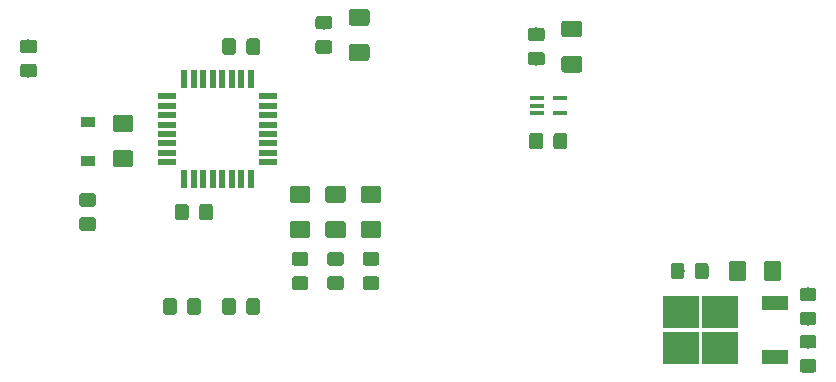
<source format=gbr>
G04 #@! TF.GenerationSoftware,KiCad,Pcbnew,(5.0.1)-3*
G04 #@! TF.CreationDate,2021-05-27T11:26:18+02:00*
G04 #@! TF.ProjectId,mega328 400w load,6D6567613332382034303077206C6F61,rev?*
G04 #@! TF.SameCoordinates,Original*
G04 #@! TF.FileFunction,Paste,Top*
G04 #@! TF.FilePolarity,Positive*
%FSLAX46Y46*%
G04 Gerber Fmt 4.6, Leading zero omitted, Abs format (unit mm)*
G04 Created by KiCad (PCBNEW (5.0.1)-3) date 27/05/2021 11:26:18*
%MOMM*%
%LPD*%
G01*
G04 APERTURE LIST*
%ADD10C,0.050800*%
%ADD11C,1.150000*%
%ADD12R,1.200000X0.900000*%
%ADD13C,1.425000*%
%ADD14R,0.550000X1.600000*%
%ADD15R,1.600000X0.550000*%
%ADD16R,2.200000X1.200000*%
%ADD17R,3.050000X2.750000*%
%ADD18R,1.190000X0.400000*%
G04 APERTURE END LIST*
D10*
G04 #@! TO.C,C1*
G36*
X94374505Y-99301204D02*
X94398773Y-99304804D01*
X94422572Y-99310765D01*
X94445671Y-99319030D01*
X94467850Y-99329520D01*
X94488893Y-99342132D01*
X94508599Y-99356747D01*
X94526777Y-99373223D01*
X94543253Y-99391401D01*
X94557868Y-99411107D01*
X94570480Y-99432150D01*
X94580970Y-99454329D01*
X94589235Y-99477428D01*
X94595196Y-99501227D01*
X94598796Y-99525495D01*
X94600000Y-99549999D01*
X94600000Y-100450001D01*
X94598796Y-100474505D01*
X94595196Y-100498773D01*
X94589235Y-100522572D01*
X94580970Y-100545671D01*
X94570480Y-100567850D01*
X94557868Y-100588893D01*
X94543253Y-100608599D01*
X94526777Y-100626777D01*
X94508599Y-100643253D01*
X94488893Y-100657868D01*
X94467850Y-100670480D01*
X94445671Y-100680970D01*
X94422572Y-100689235D01*
X94398773Y-100695196D01*
X94374505Y-100698796D01*
X94350001Y-100700000D01*
X93699999Y-100700000D01*
X93675495Y-100698796D01*
X93651227Y-100695196D01*
X93627428Y-100689235D01*
X93604329Y-100680970D01*
X93582150Y-100670480D01*
X93561107Y-100657868D01*
X93541401Y-100643253D01*
X93523223Y-100626777D01*
X93506747Y-100608599D01*
X93492132Y-100588893D01*
X93479520Y-100567850D01*
X93469030Y-100545671D01*
X93460765Y-100522572D01*
X93454804Y-100498773D01*
X93451204Y-100474505D01*
X93450000Y-100450001D01*
X93450000Y-99549999D01*
X93451204Y-99525495D01*
X93454804Y-99501227D01*
X93460765Y-99477428D01*
X93469030Y-99454329D01*
X93479520Y-99432150D01*
X93492132Y-99411107D01*
X93506747Y-99391401D01*
X93523223Y-99373223D01*
X93541401Y-99356747D01*
X93561107Y-99342132D01*
X93582150Y-99329520D01*
X93604329Y-99319030D01*
X93627428Y-99310765D01*
X93651227Y-99304804D01*
X93675495Y-99301204D01*
X93699999Y-99300000D01*
X94350001Y-99300000D01*
X94374505Y-99301204D01*
X94374505Y-99301204D01*
G37*
D11*
X94025000Y-100000000D03*
D10*
G36*
X92324505Y-99301204D02*
X92348773Y-99304804D01*
X92372572Y-99310765D01*
X92395671Y-99319030D01*
X92417850Y-99329520D01*
X92438893Y-99342132D01*
X92458599Y-99356747D01*
X92476777Y-99373223D01*
X92493253Y-99391401D01*
X92507868Y-99411107D01*
X92520480Y-99432150D01*
X92530970Y-99454329D01*
X92539235Y-99477428D01*
X92545196Y-99501227D01*
X92548796Y-99525495D01*
X92550000Y-99549999D01*
X92550000Y-100450001D01*
X92548796Y-100474505D01*
X92545196Y-100498773D01*
X92539235Y-100522572D01*
X92530970Y-100545671D01*
X92520480Y-100567850D01*
X92507868Y-100588893D01*
X92493253Y-100608599D01*
X92476777Y-100626777D01*
X92458599Y-100643253D01*
X92438893Y-100657868D01*
X92417850Y-100670480D01*
X92395671Y-100680970D01*
X92372572Y-100689235D01*
X92348773Y-100695196D01*
X92324505Y-100698796D01*
X92300001Y-100700000D01*
X91649999Y-100700000D01*
X91625495Y-100698796D01*
X91601227Y-100695196D01*
X91577428Y-100689235D01*
X91554329Y-100680970D01*
X91532150Y-100670480D01*
X91511107Y-100657868D01*
X91491401Y-100643253D01*
X91473223Y-100626777D01*
X91456747Y-100608599D01*
X91442132Y-100588893D01*
X91429520Y-100567850D01*
X91419030Y-100545671D01*
X91410765Y-100522572D01*
X91404804Y-100498773D01*
X91401204Y-100474505D01*
X91400000Y-100450001D01*
X91400000Y-99549999D01*
X91401204Y-99525495D01*
X91404804Y-99501227D01*
X91410765Y-99477428D01*
X91419030Y-99454329D01*
X91429520Y-99432150D01*
X91442132Y-99411107D01*
X91456747Y-99391401D01*
X91473223Y-99373223D01*
X91491401Y-99356747D01*
X91511107Y-99342132D01*
X91532150Y-99329520D01*
X91554329Y-99319030D01*
X91577428Y-99310765D01*
X91601227Y-99304804D01*
X91625495Y-99301204D01*
X91649999Y-99300000D01*
X92300001Y-99300000D01*
X92324505Y-99301204D01*
X92324505Y-99301204D01*
G37*
D11*
X91975000Y-100000000D03*
G04 #@! TD*
D10*
G04 #@! TO.C,C3*
G36*
X118474505Y-98401204D02*
X118498773Y-98404804D01*
X118522572Y-98410765D01*
X118545671Y-98419030D01*
X118567850Y-98429520D01*
X118588893Y-98442132D01*
X118608599Y-98456747D01*
X118626777Y-98473223D01*
X118643253Y-98491401D01*
X118657868Y-98511107D01*
X118670480Y-98532150D01*
X118680970Y-98554329D01*
X118689235Y-98577428D01*
X118695196Y-98601227D01*
X118698796Y-98625495D01*
X118700000Y-98649999D01*
X118700000Y-99300001D01*
X118698796Y-99324505D01*
X118695196Y-99348773D01*
X118689235Y-99372572D01*
X118680970Y-99395671D01*
X118670480Y-99417850D01*
X118657868Y-99438893D01*
X118643253Y-99458599D01*
X118626777Y-99476777D01*
X118608599Y-99493253D01*
X118588893Y-99507868D01*
X118567850Y-99520480D01*
X118545671Y-99530970D01*
X118522572Y-99539235D01*
X118498773Y-99545196D01*
X118474505Y-99548796D01*
X118450001Y-99550000D01*
X117549999Y-99550000D01*
X117525495Y-99548796D01*
X117501227Y-99545196D01*
X117477428Y-99539235D01*
X117454329Y-99530970D01*
X117432150Y-99520480D01*
X117411107Y-99507868D01*
X117391401Y-99493253D01*
X117373223Y-99476777D01*
X117356747Y-99458599D01*
X117342132Y-99438893D01*
X117329520Y-99417850D01*
X117319030Y-99395671D01*
X117310765Y-99372572D01*
X117304804Y-99348773D01*
X117301204Y-99324505D01*
X117300000Y-99300001D01*
X117300000Y-98649999D01*
X117301204Y-98625495D01*
X117304804Y-98601227D01*
X117310765Y-98577428D01*
X117319030Y-98554329D01*
X117329520Y-98532150D01*
X117342132Y-98511107D01*
X117356747Y-98491401D01*
X117373223Y-98473223D01*
X117391401Y-98456747D01*
X117411107Y-98442132D01*
X117432150Y-98429520D01*
X117454329Y-98419030D01*
X117477428Y-98410765D01*
X117501227Y-98404804D01*
X117525495Y-98401204D01*
X117549999Y-98400000D01*
X118450001Y-98400000D01*
X118474505Y-98401204D01*
X118474505Y-98401204D01*
G37*
D11*
X118000000Y-98975000D03*
D10*
G36*
X118474505Y-100451204D02*
X118498773Y-100454804D01*
X118522572Y-100460765D01*
X118545671Y-100469030D01*
X118567850Y-100479520D01*
X118588893Y-100492132D01*
X118608599Y-100506747D01*
X118626777Y-100523223D01*
X118643253Y-100541401D01*
X118657868Y-100561107D01*
X118670480Y-100582150D01*
X118680970Y-100604329D01*
X118689235Y-100627428D01*
X118695196Y-100651227D01*
X118698796Y-100675495D01*
X118700000Y-100699999D01*
X118700000Y-101350001D01*
X118698796Y-101374505D01*
X118695196Y-101398773D01*
X118689235Y-101422572D01*
X118680970Y-101445671D01*
X118670480Y-101467850D01*
X118657868Y-101488893D01*
X118643253Y-101508599D01*
X118626777Y-101526777D01*
X118608599Y-101543253D01*
X118588893Y-101557868D01*
X118567850Y-101570480D01*
X118545671Y-101580970D01*
X118522572Y-101589235D01*
X118498773Y-101595196D01*
X118474505Y-101598796D01*
X118450001Y-101600000D01*
X117549999Y-101600000D01*
X117525495Y-101598796D01*
X117501227Y-101595196D01*
X117477428Y-101589235D01*
X117454329Y-101580970D01*
X117432150Y-101570480D01*
X117411107Y-101557868D01*
X117391401Y-101543253D01*
X117373223Y-101526777D01*
X117356747Y-101508599D01*
X117342132Y-101488893D01*
X117329520Y-101467850D01*
X117319030Y-101445671D01*
X117310765Y-101422572D01*
X117304804Y-101398773D01*
X117301204Y-101374505D01*
X117300000Y-101350001D01*
X117300000Y-100699999D01*
X117301204Y-100675495D01*
X117304804Y-100651227D01*
X117310765Y-100627428D01*
X117319030Y-100604329D01*
X117329520Y-100582150D01*
X117342132Y-100561107D01*
X117356747Y-100541401D01*
X117373223Y-100523223D01*
X117391401Y-100506747D01*
X117411107Y-100492132D01*
X117432150Y-100479520D01*
X117454329Y-100469030D01*
X117477428Y-100460765D01*
X117501227Y-100454804D01*
X117525495Y-100451204D01*
X117549999Y-100450000D01*
X118450001Y-100450000D01*
X118474505Y-100451204D01*
X118474505Y-100451204D01*
G37*
D11*
X118000000Y-101025000D03*
G04 #@! TD*
D10*
G04 #@! TO.C,C4*
G36*
X87324505Y-121301204D02*
X87348773Y-121304804D01*
X87372572Y-121310765D01*
X87395671Y-121319030D01*
X87417850Y-121329520D01*
X87438893Y-121342132D01*
X87458599Y-121356747D01*
X87476777Y-121373223D01*
X87493253Y-121391401D01*
X87507868Y-121411107D01*
X87520480Y-121432150D01*
X87530970Y-121454329D01*
X87539235Y-121477428D01*
X87545196Y-121501227D01*
X87548796Y-121525495D01*
X87550000Y-121549999D01*
X87550000Y-122450001D01*
X87548796Y-122474505D01*
X87545196Y-122498773D01*
X87539235Y-122522572D01*
X87530970Y-122545671D01*
X87520480Y-122567850D01*
X87507868Y-122588893D01*
X87493253Y-122608599D01*
X87476777Y-122626777D01*
X87458599Y-122643253D01*
X87438893Y-122657868D01*
X87417850Y-122670480D01*
X87395671Y-122680970D01*
X87372572Y-122689235D01*
X87348773Y-122695196D01*
X87324505Y-122698796D01*
X87300001Y-122700000D01*
X86649999Y-122700000D01*
X86625495Y-122698796D01*
X86601227Y-122695196D01*
X86577428Y-122689235D01*
X86554329Y-122680970D01*
X86532150Y-122670480D01*
X86511107Y-122657868D01*
X86491401Y-122643253D01*
X86473223Y-122626777D01*
X86456747Y-122608599D01*
X86442132Y-122588893D01*
X86429520Y-122567850D01*
X86419030Y-122545671D01*
X86410765Y-122522572D01*
X86404804Y-122498773D01*
X86401204Y-122474505D01*
X86400000Y-122450001D01*
X86400000Y-121549999D01*
X86401204Y-121525495D01*
X86404804Y-121501227D01*
X86410765Y-121477428D01*
X86419030Y-121454329D01*
X86429520Y-121432150D01*
X86442132Y-121411107D01*
X86456747Y-121391401D01*
X86473223Y-121373223D01*
X86491401Y-121356747D01*
X86511107Y-121342132D01*
X86532150Y-121329520D01*
X86554329Y-121319030D01*
X86577428Y-121310765D01*
X86601227Y-121304804D01*
X86625495Y-121301204D01*
X86649999Y-121300000D01*
X87300001Y-121300000D01*
X87324505Y-121301204D01*
X87324505Y-121301204D01*
G37*
D11*
X86975000Y-122000000D03*
D10*
G36*
X89374505Y-121301204D02*
X89398773Y-121304804D01*
X89422572Y-121310765D01*
X89445671Y-121319030D01*
X89467850Y-121329520D01*
X89488893Y-121342132D01*
X89508599Y-121356747D01*
X89526777Y-121373223D01*
X89543253Y-121391401D01*
X89557868Y-121411107D01*
X89570480Y-121432150D01*
X89580970Y-121454329D01*
X89589235Y-121477428D01*
X89595196Y-121501227D01*
X89598796Y-121525495D01*
X89600000Y-121549999D01*
X89600000Y-122450001D01*
X89598796Y-122474505D01*
X89595196Y-122498773D01*
X89589235Y-122522572D01*
X89580970Y-122545671D01*
X89570480Y-122567850D01*
X89557868Y-122588893D01*
X89543253Y-122608599D01*
X89526777Y-122626777D01*
X89508599Y-122643253D01*
X89488893Y-122657868D01*
X89467850Y-122670480D01*
X89445671Y-122680970D01*
X89422572Y-122689235D01*
X89398773Y-122695196D01*
X89374505Y-122698796D01*
X89350001Y-122700000D01*
X88699999Y-122700000D01*
X88675495Y-122698796D01*
X88651227Y-122695196D01*
X88627428Y-122689235D01*
X88604329Y-122680970D01*
X88582150Y-122670480D01*
X88561107Y-122657868D01*
X88541401Y-122643253D01*
X88523223Y-122626777D01*
X88506747Y-122608599D01*
X88492132Y-122588893D01*
X88479520Y-122567850D01*
X88469030Y-122545671D01*
X88460765Y-122522572D01*
X88454804Y-122498773D01*
X88451204Y-122474505D01*
X88450000Y-122450001D01*
X88450000Y-121549999D01*
X88451204Y-121525495D01*
X88454804Y-121501227D01*
X88460765Y-121477428D01*
X88469030Y-121454329D01*
X88479520Y-121432150D01*
X88492132Y-121411107D01*
X88506747Y-121391401D01*
X88523223Y-121373223D01*
X88541401Y-121356747D01*
X88561107Y-121342132D01*
X88582150Y-121329520D01*
X88604329Y-121319030D01*
X88627428Y-121310765D01*
X88651227Y-121304804D01*
X88675495Y-121301204D01*
X88699999Y-121300000D01*
X89350001Y-121300000D01*
X89374505Y-121301204D01*
X89374505Y-121301204D01*
G37*
D11*
X89025000Y-122000000D03*
G04 #@! TD*
D10*
G04 #@! TO.C,C5*
G36*
X100474505Y-99451204D02*
X100498773Y-99454804D01*
X100522572Y-99460765D01*
X100545671Y-99469030D01*
X100567850Y-99479520D01*
X100588893Y-99492132D01*
X100608599Y-99506747D01*
X100626777Y-99523223D01*
X100643253Y-99541401D01*
X100657868Y-99561107D01*
X100670480Y-99582150D01*
X100680970Y-99604329D01*
X100689235Y-99627428D01*
X100695196Y-99651227D01*
X100698796Y-99675495D01*
X100700000Y-99699999D01*
X100700000Y-100350001D01*
X100698796Y-100374505D01*
X100695196Y-100398773D01*
X100689235Y-100422572D01*
X100680970Y-100445671D01*
X100670480Y-100467850D01*
X100657868Y-100488893D01*
X100643253Y-100508599D01*
X100626777Y-100526777D01*
X100608599Y-100543253D01*
X100588893Y-100557868D01*
X100567850Y-100570480D01*
X100545671Y-100580970D01*
X100522572Y-100589235D01*
X100498773Y-100595196D01*
X100474505Y-100598796D01*
X100450001Y-100600000D01*
X99549999Y-100600000D01*
X99525495Y-100598796D01*
X99501227Y-100595196D01*
X99477428Y-100589235D01*
X99454329Y-100580970D01*
X99432150Y-100570480D01*
X99411107Y-100557868D01*
X99391401Y-100543253D01*
X99373223Y-100526777D01*
X99356747Y-100508599D01*
X99342132Y-100488893D01*
X99329520Y-100467850D01*
X99319030Y-100445671D01*
X99310765Y-100422572D01*
X99304804Y-100398773D01*
X99301204Y-100374505D01*
X99300000Y-100350001D01*
X99300000Y-99699999D01*
X99301204Y-99675495D01*
X99304804Y-99651227D01*
X99310765Y-99627428D01*
X99319030Y-99604329D01*
X99329520Y-99582150D01*
X99342132Y-99561107D01*
X99356747Y-99541401D01*
X99373223Y-99523223D01*
X99391401Y-99506747D01*
X99411107Y-99492132D01*
X99432150Y-99479520D01*
X99454329Y-99469030D01*
X99477428Y-99460765D01*
X99501227Y-99454804D01*
X99525495Y-99451204D01*
X99549999Y-99450000D01*
X100450001Y-99450000D01*
X100474505Y-99451204D01*
X100474505Y-99451204D01*
G37*
D11*
X100000000Y-100025000D03*
D10*
G36*
X100474505Y-97401204D02*
X100498773Y-97404804D01*
X100522572Y-97410765D01*
X100545671Y-97419030D01*
X100567850Y-97429520D01*
X100588893Y-97442132D01*
X100608599Y-97456747D01*
X100626777Y-97473223D01*
X100643253Y-97491401D01*
X100657868Y-97511107D01*
X100670480Y-97532150D01*
X100680970Y-97554329D01*
X100689235Y-97577428D01*
X100695196Y-97601227D01*
X100698796Y-97625495D01*
X100700000Y-97649999D01*
X100700000Y-98300001D01*
X100698796Y-98324505D01*
X100695196Y-98348773D01*
X100689235Y-98372572D01*
X100680970Y-98395671D01*
X100670480Y-98417850D01*
X100657868Y-98438893D01*
X100643253Y-98458599D01*
X100626777Y-98476777D01*
X100608599Y-98493253D01*
X100588893Y-98507868D01*
X100567850Y-98520480D01*
X100545671Y-98530970D01*
X100522572Y-98539235D01*
X100498773Y-98545196D01*
X100474505Y-98548796D01*
X100450001Y-98550000D01*
X99549999Y-98550000D01*
X99525495Y-98548796D01*
X99501227Y-98545196D01*
X99477428Y-98539235D01*
X99454329Y-98530970D01*
X99432150Y-98520480D01*
X99411107Y-98507868D01*
X99391401Y-98493253D01*
X99373223Y-98476777D01*
X99356747Y-98458599D01*
X99342132Y-98438893D01*
X99329520Y-98417850D01*
X99319030Y-98395671D01*
X99310765Y-98372572D01*
X99304804Y-98348773D01*
X99301204Y-98324505D01*
X99300000Y-98300001D01*
X99300000Y-97649999D01*
X99301204Y-97625495D01*
X99304804Y-97601227D01*
X99310765Y-97577428D01*
X99319030Y-97554329D01*
X99329520Y-97532150D01*
X99342132Y-97511107D01*
X99356747Y-97491401D01*
X99373223Y-97473223D01*
X99391401Y-97456747D01*
X99411107Y-97442132D01*
X99432150Y-97429520D01*
X99454329Y-97419030D01*
X99477428Y-97410765D01*
X99501227Y-97404804D01*
X99525495Y-97401204D01*
X99549999Y-97400000D01*
X100450001Y-97400000D01*
X100474505Y-97401204D01*
X100474505Y-97401204D01*
G37*
D11*
X100000000Y-97975000D03*
G04 #@! TD*
D10*
G04 #@! TO.C,C6*
G36*
X92324505Y-121301204D02*
X92348773Y-121304804D01*
X92372572Y-121310765D01*
X92395671Y-121319030D01*
X92417850Y-121329520D01*
X92438893Y-121342132D01*
X92458599Y-121356747D01*
X92476777Y-121373223D01*
X92493253Y-121391401D01*
X92507868Y-121411107D01*
X92520480Y-121432150D01*
X92530970Y-121454329D01*
X92539235Y-121477428D01*
X92545196Y-121501227D01*
X92548796Y-121525495D01*
X92550000Y-121549999D01*
X92550000Y-122450001D01*
X92548796Y-122474505D01*
X92545196Y-122498773D01*
X92539235Y-122522572D01*
X92530970Y-122545671D01*
X92520480Y-122567850D01*
X92507868Y-122588893D01*
X92493253Y-122608599D01*
X92476777Y-122626777D01*
X92458599Y-122643253D01*
X92438893Y-122657868D01*
X92417850Y-122670480D01*
X92395671Y-122680970D01*
X92372572Y-122689235D01*
X92348773Y-122695196D01*
X92324505Y-122698796D01*
X92300001Y-122700000D01*
X91649999Y-122700000D01*
X91625495Y-122698796D01*
X91601227Y-122695196D01*
X91577428Y-122689235D01*
X91554329Y-122680970D01*
X91532150Y-122670480D01*
X91511107Y-122657868D01*
X91491401Y-122643253D01*
X91473223Y-122626777D01*
X91456747Y-122608599D01*
X91442132Y-122588893D01*
X91429520Y-122567850D01*
X91419030Y-122545671D01*
X91410765Y-122522572D01*
X91404804Y-122498773D01*
X91401204Y-122474505D01*
X91400000Y-122450001D01*
X91400000Y-121549999D01*
X91401204Y-121525495D01*
X91404804Y-121501227D01*
X91410765Y-121477428D01*
X91419030Y-121454329D01*
X91429520Y-121432150D01*
X91442132Y-121411107D01*
X91456747Y-121391401D01*
X91473223Y-121373223D01*
X91491401Y-121356747D01*
X91511107Y-121342132D01*
X91532150Y-121329520D01*
X91554329Y-121319030D01*
X91577428Y-121310765D01*
X91601227Y-121304804D01*
X91625495Y-121301204D01*
X91649999Y-121300000D01*
X92300001Y-121300000D01*
X92324505Y-121301204D01*
X92324505Y-121301204D01*
G37*
D11*
X91975000Y-122000000D03*
D10*
G36*
X94374505Y-121301204D02*
X94398773Y-121304804D01*
X94422572Y-121310765D01*
X94445671Y-121319030D01*
X94467850Y-121329520D01*
X94488893Y-121342132D01*
X94508599Y-121356747D01*
X94526777Y-121373223D01*
X94543253Y-121391401D01*
X94557868Y-121411107D01*
X94570480Y-121432150D01*
X94580970Y-121454329D01*
X94589235Y-121477428D01*
X94595196Y-121501227D01*
X94598796Y-121525495D01*
X94600000Y-121549999D01*
X94600000Y-122450001D01*
X94598796Y-122474505D01*
X94595196Y-122498773D01*
X94589235Y-122522572D01*
X94580970Y-122545671D01*
X94570480Y-122567850D01*
X94557868Y-122588893D01*
X94543253Y-122608599D01*
X94526777Y-122626777D01*
X94508599Y-122643253D01*
X94488893Y-122657868D01*
X94467850Y-122670480D01*
X94445671Y-122680970D01*
X94422572Y-122689235D01*
X94398773Y-122695196D01*
X94374505Y-122698796D01*
X94350001Y-122700000D01*
X93699999Y-122700000D01*
X93675495Y-122698796D01*
X93651227Y-122695196D01*
X93627428Y-122689235D01*
X93604329Y-122680970D01*
X93582150Y-122670480D01*
X93561107Y-122657868D01*
X93541401Y-122643253D01*
X93523223Y-122626777D01*
X93506747Y-122608599D01*
X93492132Y-122588893D01*
X93479520Y-122567850D01*
X93469030Y-122545671D01*
X93460765Y-122522572D01*
X93454804Y-122498773D01*
X93451204Y-122474505D01*
X93450000Y-122450001D01*
X93450000Y-121549999D01*
X93451204Y-121525495D01*
X93454804Y-121501227D01*
X93460765Y-121477428D01*
X93469030Y-121454329D01*
X93479520Y-121432150D01*
X93492132Y-121411107D01*
X93506747Y-121391401D01*
X93523223Y-121373223D01*
X93541401Y-121356747D01*
X93561107Y-121342132D01*
X93582150Y-121329520D01*
X93604329Y-121319030D01*
X93627428Y-121310765D01*
X93651227Y-121304804D01*
X93675495Y-121301204D01*
X93699999Y-121300000D01*
X94350001Y-121300000D01*
X94374505Y-121301204D01*
X94374505Y-121301204D01*
G37*
D11*
X94025000Y-122000000D03*
G04 #@! TD*
D10*
G04 #@! TO.C,C7*
G36*
X80474505Y-112401204D02*
X80498773Y-112404804D01*
X80522572Y-112410765D01*
X80545671Y-112419030D01*
X80567850Y-112429520D01*
X80588893Y-112442132D01*
X80608599Y-112456747D01*
X80626777Y-112473223D01*
X80643253Y-112491401D01*
X80657868Y-112511107D01*
X80670480Y-112532150D01*
X80680970Y-112554329D01*
X80689235Y-112577428D01*
X80695196Y-112601227D01*
X80698796Y-112625495D01*
X80700000Y-112649999D01*
X80700000Y-113300001D01*
X80698796Y-113324505D01*
X80695196Y-113348773D01*
X80689235Y-113372572D01*
X80680970Y-113395671D01*
X80670480Y-113417850D01*
X80657868Y-113438893D01*
X80643253Y-113458599D01*
X80626777Y-113476777D01*
X80608599Y-113493253D01*
X80588893Y-113507868D01*
X80567850Y-113520480D01*
X80545671Y-113530970D01*
X80522572Y-113539235D01*
X80498773Y-113545196D01*
X80474505Y-113548796D01*
X80450001Y-113550000D01*
X79549999Y-113550000D01*
X79525495Y-113548796D01*
X79501227Y-113545196D01*
X79477428Y-113539235D01*
X79454329Y-113530970D01*
X79432150Y-113520480D01*
X79411107Y-113507868D01*
X79391401Y-113493253D01*
X79373223Y-113476777D01*
X79356747Y-113458599D01*
X79342132Y-113438893D01*
X79329520Y-113417850D01*
X79319030Y-113395671D01*
X79310765Y-113372572D01*
X79304804Y-113348773D01*
X79301204Y-113324505D01*
X79300000Y-113300001D01*
X79300000Y-112649999D01*
X79301204Y-112625495D01*
X79304804Y-112601227D01*
X79310765Y-112577428D01*
X79319030Y-112554329D01*
X79329520Y-112532150D01*
X79342132Y-112511107D01*
X79356747Y-112491401D01*
X79373223Y-112473223D01*
X79391401Y-112456747D01*
X79411107Y-112442132D01*
X79432150Y-112429520D01*
X79454329Y-112419030D01*
X79477428Y-112410765D01*
X79501227Y-112404804D01*
X79525495Y-112401204D01*
X79549999Y-112400000D01*
X80450001Y-112400000D01*
X80474505Y-112401204D01*
X80474505Y-112401204D01*
G37*
D11*
X80000000Y-112975000D03*
D10*
G36*
X80474505Y-114451204D02*
X80498773Y-114454804D01*
X80522572Y-114460765D01*
X80545671Y-114469030D01*
X80567850Y-114479520D01*
X80588893Y-114492132D01*
X80608599Y-114506747D01*
X80626777Y-114523223D01*
X80643253Y-114541401D01*
X80657868Y-114561107D01*
X80670480Y-114582150D01*
X80680970Y-114604329D01*
X80689235Y-114627428D01*
X80695196Y-114651227D01*
X80698796Y-114675495D01*
X80700000Y-114699999D01*
X80700000Y-115350001D01*
X80698796Y-115374505D01*
X80695196Y-115398773D01*
X80689235Y-115422572D01*
X80680970Y-115445671D01*
X80670480Y-115467850D01*
X80657868Y-115488893D01*
X80643253Y-115508599D01*
X80626777Y-115526777D01*
X80608599Y-115543253D01*
X80588893Y-115557868D01*
X80567850Y-115570480D01*
X80545671Y-115580970D01*
X80522572Y-115589235D01*
X80498773Y-115595196D01*
X80474505Y-115598796D01*
X80450001Y-115600000D01*
X79549999Y-115600000D01*
X79525495Y-115598796D01*
X79501227Y-115595196D01*
X79477428Y-115589235D01*
X79454329Y-115580970D01*
X79432150Y-115570480D01*
X79411107Y-115557868D01*
X79391401Y-115543253D01*
X79373223Y-115526777D01*
X79356747Y-115508599D01*
X79342132Y-115488893D01*
X79329520Y-115467850D01*
X79319030Y-115445671D01*
X79310765Y-115422572D01*
X79304804Y-115398773D01*
X79301204Y-115374505D01*
X79300000Y-115350001D01*
X79300000Y-114699999D01*
X79301204Y-114675495D01*
X79304804Y-114651227D01*
X79310765Y-114627428D01*
X79319030Y-114604329D01*
X79329520Y-114582150D01*
X79342132Y-114561107D01*
X79356747Y-114541401D01*
X79373223Y-114523223D01*
X79391401Y-114506747D01*
X79411107Y-114492132D01*
X79432150Y-114479520D01*
X79454329Y-114469030D01*
X79477428Y-114460765D01*
X79501227Y-114454804D01*
X79525495Y-114451204D01*
X79549999Y-114450000D01*
X80450001Y-114450000D01*
X80474505Y-114451204D01*
X80474505Y-114451204D01*
G37*
D11*
X80000000Y-115025000D03*
G04 #@! TD*
D10*
G04 #@! TO.C,C9*
G36*
X90374505Y-113301204D02*
X90398773Y-113304804D01*
X90422572Y-113310765D01*
X90445671Y-113319030D01*
X90467850Y-113329520D01*
X90488893Y-113342132D01*
X90508599Y-113356747D01*
X90526777Y-113373223D01*
X90543253Y-113391401D01*
X90557868Y-113411107D01*
X90570480Y-113432150D01*
X90580970Y-113454329D01*
X90589235Y-113477428D01*
X90595196Y-113501227D01*
X90598796Y-113525495D01*
X90600000Y-113549999D01*
X90600000Y-114450001D01*
X90598796Y-114474505D01*
X90595196Y-114498773D01*
X90589235Y-114522572D01*
X90580970Y-114545671D01*
X90570480Y-114567850D01*
X90557868Y-114588893D01*
X90543253Y-114608599D01*
X90526777Y-114626777D01*
X90508599Y-114643253D01*
X90488893Y-114657868D01*
X90467850Y-114670480D01*
X90445671Y-114680970D01*
X90422572Y-114689235D01*
X90398773Y-114695196D01*
X90374505Y-114698796D01*
X90350001Y-114700000D01*
X89699999Y-114700000D01*
X89675495Y-114698796D01*
X89651227Y-114695196D01*
X89627428Y-114689235D01*
X89604329Y-114680970D01*
X89582150Y-114670480D01*
X89561107Y-114657868D01*
X89541401Y-114643253D01*
X89523223Y-114626777D01*
X89506747Y-114608599D01*
X89492132Y-114588893D01*
X89479520Y-114567850D01*
X89469030Y-114545671D01*
X89460765Y-114522572D01*
X89454804Y-114498773D01*
X89451204Y-114474505D01*
X89450000Y-114450001D01*
X89450000Y-113549999D01*
X89451204Y-113525495D01*
X89454804Y-113501227D01*
X89460765Y-113477428D01*
X89469030Y-113454329D01*
X89479520Y-113432150D01*
X89492132Y-113411107D01*
X89506747Y-113391401D01*
X89523223Y-113373223D01*
X89541401Y-113356747D01*
X89561107Y-113342132D01*
X89582150Y-113329520D01*
X89604329Y-113319030D01*
X89627428Y-113310765D01*
X89651227Y-113304804D01*
X89675495Y-113301204D01*
X89699999Y-113300000D01*
X90350001Y-113300000D01*
X90374505Y-113301204D01*
X90374505Y-113301204D01*
G37*
D11*
X90025000Y-114000000D03*
D10*
G36*
X88324505Y-113301204D02*
X88348773Y-113304804D01*
X88372572Y-113310765D01*
X88395671Y-113319030D01*
X88417850Y-113329520D01*
X88438893Y-113342132D01*
X88458599Y-113356747D01*
X88476777Y-113373223D01*
X88493253Y-113391401D01*
X88507868Y-113411107D01*
X88520480Y-113432150D01*
X88530970Y-113454329D01*
X88539235Y-113477428D01*
X88545196Y-113501227D01*
X88548796Y-113525495D01*
X88550000Y-113549999D01*
X88550000Y-114450001D01*
X88548796Y-114474505D01*
X88545196Y-114498773D01*
X88539235Y-114522572D01*
X88530970Y-114545671D01*
X88520480Y-114567850D01*
X88507868Y-114588893D01*
X88493253Y-114608599D01*
X88476777Y-114626777D01*
X88458599Y-114643253D01*
X88438893Y-114657868D01*
X88417850Y-114670480D01*
X88395671Y-114680970D01*
X88372572Y-114689235D01*
X88348773Y-114695196D01*
X88324505Y-114698796D01*
X88300001Y-114700000D01*
X87649999Y-114700000D01*
X87625495Y-114698796D01*
X87601227Y-114695196D01*
X87577428Y-114689235D01*
X87554329Y-114680970D01*
X87532150Y-114670480D01*
X87511107Y-114657868D01*
X87491401Y-114643253D01*
X87473223Y-114626777D01*
X87456747Y-114608599D01*
X87442132Y-114588893D01*
X87429520Y-114567850D01*
X87419030Y-114545671D01*
X87410765Y-114522572D01*
X87404804Y-114498773D01*
X87401204Y-114474505D01*
X87400000Y-114450001D01*
X87400000Y-113549999D01*
X87401204Y-113525495D01*
X87404804Y-113501227D01*
X87410765Y-113477428D01*
X87419030Y-113454329D01*
X87429520Y-113432150D01*
X87442132Y-113411107D01*
X87456747Y-113391401D01*
X87473223Y-113373223D01*
X87491401Y-113356747D01*
X87511107Y-113342132D01*
X87532150Y-113329520D01*
X87554329Y-113319030D01*
X87577428Y-113310765D01*
X87601227Y-113304804D01*
X87625495Y-113301204D01*
X87649999Y-113300000D01*
X88300001Y-113300000D01*
X88324505Y-113301204D01*
X88324505Y-113301204D01*
G37*
D11*
X87975000Y-114000000D03*
G04 #@! TD*
D10*
G04 #@! TO.C,C10*
G36*
X141474505Y-122451204D02*
X141498773Y-122454804D01*
X141522572Y-122460765D01*
X141545671Y-122469030D01*
X141567850Y-122479520D01*
X141588893Y-122492132D01*
X141608599Y-122506747D01*
X141626777Y-122523223D01*
X141643253Y-122541401D01*
X141657868Y-122561107D01*
X141670480Y-122582150D01*
X141680970Y-122604329D01*
X141689235Y-122627428D01*
X141695196Y-122651227D01*
X141698796Y-122675495D01*
X141700000Y-122699999D01*
X141700000Y-123350001D01*
X141698796Y-123374505D01*
X141695196Y-123398773D01*
X141689235Y-123422572D01*
X141680970Y-123445671D01*
X141670480Y-123467850D01*
X141657868Y-123488893D01*
X141643253Y-123508599D01*
X141626777Y-123526777D01*
X141608599Y-123543253D01*
X141588893Y-123557868D01*
X141567850Y-123570480D01*
X141545671Y-123580970D01*
X141522572Y-123589235D01*
X141498773Y-123595196D01*
X141474505Y-123598796D01*
X141450001Y-123600000D01*
X140549999Y-123600000D01*
X140525495Y-123598796D01*
X140501227Y-123595196D01*
X140477428Y-123589235D01*
X140454329Y-123580970D01*
X140432150Y-123570480D01*
X140411107Y-123557868D01*
X140391401Y-123543253D01*
X140373223Y-123526777D01*
X140356747Y-123508599D01*
X140342132Y-123488893D01*
X140329520Y-123467850D01*
X140319030Y-123445671D01*
X140310765Y-123422572D01*
X140304804Y-123398773D01*
X140301204Y-123374505D01*
X140300000Y-123350001D01*
X140300000Y-122699999D01*
X140301204Y-122675495D01*
X140304804Y-122651227D01*
X140310765Y-122627428D01*
X140319030Y-122604329D01*
X140329520Y-122582150D01*
X140342132Y-122561107D01*
X140356747Y-122541401D01*
X140373223Y-122523223D01*
X140391401Y-122506747D01*
X140411107Y-122492132D01*
X140432150Y-122479520D01*
X140454329Y-122469030D01*
X140477428Y-122460765D01*
X140501227Y-122454804D01*
X140525495Y-122451204D01*
X140549999Y-122450000D01*
X141450001Y-122450000D01*
X141474505Y-122451204D01*
X141474505Y-122451204D01*
G37*
D11*
X141000000Y-123025000D03*
D10*
G36*
X141474505Y-120401204D02*
X141498773Y-120404804D01*
X141522572Y-120410765D01*
X141545671Y-120419030D01*
X141567850Y-120429520D01*
X141588893Y-120442132D01*
X141608599Y-120456747D01*
X141626777Y-120473223D01*
X141643253Y-120491401D01*
X141657868Y-120511107D01*
X141670480Y-120532150D01*
X141680970Y-120554329D01*
X141689235Y-120577428D01*
X141695196Y-120601227D01*
X141698796Y-120625495D01*
X141700000Y-120649999D01*
X141700000Y-121300001D01*
X141698796Y-121324505D01*
X141695196Y-121348773D01*
X141689235Y-121372572D01*
X141680970Y-121395671D01*
X141670480Y-121417850D01*
X141657868Y-121438893D01*
X141643253Y-121458599D01*
X141626777Y-121476777D01*
X141608599Y-121493253D01*
X141588893Y-121507868D01*
X141567850Y-121520480D01*
X141545671Y-121530970D01*
X141522572Y-121539235D01*
X141498773Y-121545196D01*
X141474505Y-121548796D01*
X141450001Y-121550000D01*
X140549999Y-121550000D01*
X140525495Y-121548796D01*
X140501227Y-121545196D01*
X140477428Y-121539235D01*
X140454329Y-121530970D01*
X140432150Y-121520480D01*
X140411107Y-121507868D01*
X140391401Y-121493253D01*
X140373223Y-121476777D01*
X140356747Y-121458599D01*
X140342132Y-121438893D01*
X140329520Y-121417850D01*
X140319030Y-121395671D01*
X140310765Y-121372572D01*
X140304804Y-121348773D01*
X140301204Y-121324505D01*
X140300000Y-121300001D01*
X140300000Y-120649999D01*
X140301204Y-120625495D01*
X140304804Y-120601227D01*
X140310765Y-120577428D01*
X140319030Y-120554329D01*
X140329520Y-120532150D01*
X140342132Y-120511107D01*
X140356747Y-120491401D01*
X140373223Y-120473223D01*
X140391401Y-120456747D01*
X140411107Y-120442132D01*
X140432150Y-120429520D01*
X140454329Y-120419030D01*
X140477428Y-120410765D01*
X140501227Y-120404804D01*
X140525495Y-120401204D01*
X140549999Y-120400000D01*
X141450001Y-120400000D01*
X141474505Y-120401204D01*
X141474505Y-120401204D01*
G37*
D11*
X141000000Y-120975000D03*
G04 #@! TD*
D10*
G04 #@! TO.C,C11*
G36*
X141474505Y-124401204D02*
X141498773Y-124404804D01*
X141522572Y-124410765D01*
X141545671Y-124419030D01*
X141567850Y-124429520D01*
X141588893Y-124442132D01*
X141608599Y-124456747D01*
X141626777Y-124473223D01*
X141643253Y-124491401D01*
X141657868Y-124511107D01*
X141670480Y-124532150D01*
X141680970Y-124554329D01*
X141689235Y-124577428D01*
X141695196Y-124601227D01*
X141698796Y-124625495D01*
X141700000Y-124649999D01*
X141700000Y-125300001D01*
X141698796Y-125324505D01*
X141695196Y-125348773D01*
X141689235Y-125372572D01*
X141680970Y-125395671D01*
X141670480Y-125417850D01*
X141657868Y-125438893D01*
X141643253Y-125458599D01*
X141626777Y-125476777D01*
X141608599Y-125493253D01*
X141588893Y-125507868D01*
X141567850Y-125520480D01*
X141545671Y-125530970D01*
X141522572Y-125539235D01*
X141498773Y-125545196D01*
X141474505Y-125548796D01*
X141450001Y-125550000D01*
X140549999Y-125550000D01*
X140525495Y-125548796D01*
X140501227Y-125545196D01*
X140477428Y-125539235D01*
X140454329Y-125530970D01*
X140432150Y-125520480D01*
X140411107Y-125507868D01*
X140391401Y-125493253D01*
X140373223Y-125476777D01*
X140356747Y-125458599D01*
X140342132Y-125438893D01*
X140329520Y-125417850D01*
X140319030Y-125395671D01*
X140310765Y-125372572D01*
X140304804Y-125348773D01*
X140301204Y-125324505D01*
X140300000Y-125300001D01*
X140300000Y-124649999D01*
X140301204Y-124625495D01*
X140304804Y-124601227D01*
X140310765Y-124577428D01*
X140319030Y-124554329D01*
X140329520Y-124532150D01*
X140342132Y-124511107D01*
X140356747Y-124491401D01*
X140373223Y-124473223D01*
X140391401Y-124456747D01*
X140411107Y-124442132D01*
X140432150Y-124429520D01*
X140454329Y-124419030D01*
X140477428Y-124410765D01*
X140501227Y-124404804D01*
X140525495Y-124401204D01*
X140549999Y-124400000D01*
X141450001Y-124400000D01*
X141474505Y-124401204D01*
X141474505Y-124401204D01*
G37*
D11*
X141000000Y-124975000D03*
D10*
G36*
X141474505Y-126451204D02*
X141498773Y-126454804D01*
X141522572Y-126460765D01*
X141545671Y-126469030D01*
X141567850Y-126479520D01*
X141588893Y-126492132D01*
X141608599Y-126506747D01*
X141626777Y-126523223D01*
X141643253Y-126541401D01*
X141657868Y-126561107D01*
X141670480Y-126582150D01*
X141680970Y-126604329D01*
X141689235Y-126627428D01*
X141695196Y-126651227D01*
X141698796Y-126675495D01*
X141700000Y-126699999D01*
X141700000Y-127350001D01*
X141698796Y-127374505D01*
X141695196Y-127398773D01*
X141689235Y-127422572D01*
X141680970Y-127445671D01*
X141670480Y-127467850D01*
X141657868Y-127488893D01*
X141643253Y-127508599D01*
X141626777Y-127526777D01*
X141608599Y-127543253D01*
X141588893Y-127557868D01*
X141567850Y-127570480D01*
X141545671Y-127580970D01*
X141522572Y-127589235D01*
X141498773Y-127595196D01*
X141474505Y-127598796D01*
X141450001Y-127600000D01*
X140549999Y-127600000D01*
X140525495Y-127598796D01*
X140501227Y-127595196D01*
X140477428Y-127589235D01*
X140454329Y-127580970D01*
X140432150Y-127570480D01*
X140411107Y-127557868D01*
X140391401Y-127543253D01*
X140373223Y-127526777D01*
X140356747Y-127508599D01*
X140342132Y-127488893D01*
X140329520Y-127467850D01*
X140319030Y-127445671D01*
X140310765Y-127422572D01*
X140304804Y-127398773D01*
X140301204Y-127374505D01*
X140300000Y-127350001D01*
X140300000Y-126699999D01*
X140301204Y-126675495D01*
X140304804Y-126651227D01*
X140310765Y-126627428D01*
X140319030Y-126604329D01*
X140329520Y-126582150D01*
X140342132Y-126561107D01*
X140356747Y-126541401D01*
X140373223Y-126523223D01*
X140391401Y-126506747D01*
X140411107Y-126492132D01*
X140432150Y-126479520D01*
X140454329Y-126469030D01*
X140477428Y-126460765D01*
X140501227Y-126454804D01*
X140525495Y-126451204D01*
X140549999Y-126450000D01*
X141450001Y-126450000D01*
X141474505Y-126451204D01*
X141474505Y-126451204D01*
G37*
D11*
X141000000Y-127025000D03*
G04 #@! TD*
D10*
G04 #@! TO.C,C12*
G36*
X75474505Y-99401204D02*
X75498773Y-99404804D01*
X75522572Y-99410765D01*
X75545671Y-99419030D01*
X75567850Y-99429520D01*
X75588893Y-99442132D01*
X75608599Y-99456747D01*
X75626777Y-99473223D01*
X75643253Y-99491401D01*
X75657868Y-99511107D01*
X75670480Y-99532150D01*
X75680970Y-99554329D01*
X75689235Y-99577428D01*
X75695196Y-99601227D01*
X75698796Y-99625495D01*
X75700000Y-99649999D01*
X75700000Y-100300001D01*
X75698796Y-100324505D01*
X75695196Y-100348773D01*
X75689235Y-100372572D01*
X75680970Y-100395671D01*
X75670480Y-100417850D01*
X75657868Y-100438893D01*
X75643253Y-100458599D01*
X75626777Y-100476777D01*
X75608599Y-100493253D01*
X75588893Y-100507868D01*
X75567850Y-100520480D01*
X75545671Y-100530970D01*
X75522572Y-100539235D01*
X75498773Y-100545196D01*
X75474505Y-100548796D01*
X75450001Y-100550000D01*
X74549999Y-100550000D01*
X74525495Y-100548796D01*
X74501227Y-100545196D01*
X74477428Y-100539235D01*
X74454329Y-100530970D01*
X74432150Y-100520480D01*
X74411107Y-100507868D01*
X74391401Y-100493253D01*
X74373223Y-100476777D01*
X74356747Y-100458599D01*
X74342132Y-100438893D01*
X74329520Y-100417850D01*
X74319030Y-100395671D01*
X74310765Y-100372572D01*
X74304804Y-100348773D01*
X74301204Y-100324505D01*
X74300000Y-100300001D01*
X74300000Y-99649999D01*
X74301204Y-99625495D01*
X74304804Y-99601227D01*
X74310765Y-99577428D01*
X74319030Y-99554329D01*
X74329520Y-99532150D01*
X74342132Y-99511107D01*
X74356747Y-99491401D01*
X74373223Y-99473223D01*
X74391401Y-99456747D01*
X74411107Y-99442132D01*
X74432150Y-99429520D01*
X74454329Y-99419030D01*
X74477428Y-99410765D01*
X74501227Y-99404804D01*
X74525495Y-99401204D01*
X74549999Y-99400000D01*
X75450001Y-99400000D01*
X75474505Y-99401204D01*
X75474505Y-99401204D01*
G37*
D11*
X75000000Y-99975000D03*
D10*
G36*
X75474505Y-101451204D02*
X75498773Y-101454804D01*
X75522572Y-101460765D01*
X75545671Y-101469030D01*
X75567850Y-101479520D01*
X75588893Y-101492132D01*
X75608599Y-101506747D01*
X75626777Y-101523223D01*
X75643253Y-101541401D01*
X75657868Y-101561107D01*
X75670480Y-101582150D01*
X75680970Y-101604329D01*
X75689235Y-101627428D01*
X75695196Y-101651227D01*
X75698796Y-101675495D01*
X75700000Y-101699999D01*
X75700000Y-102350001D01*
X75698796Y-102374505D01*
X75695196Y-102398773D01*
X75689235Y-102422572D01*
X75680970Y-102445671D01*
X75670480Y-102467850D01*
X75657868Y-102488893D01*
X75643253Y-102508599D01*
X75626777Y-102526777D01*
X75608599Y-102543253D01*
X75588893Y-102557868D01*
X75567850Y-102570480D01*
X75545671Y-102580970D01*
X75522572Y-102589235D01*
X75498773Y-102595196D01*
X75474505Y-102598796D01*
X75450001Y-102600000D01*
X74549999Y-102600000D01*
X74525495Y-102598796D01*
X74501227Y-102595196D01*
X74477428Y-102589235D01*
X74454329Y-102580970D01*
X74432150Y-102570480D01*
X74411107Y-102557868D01*
X74391401Y-102543253D01*
X74373223Y-102526777D01*
X74356747Y-102508599D01*
X74342132Y-102488893D01*
X74329520Y-102467850D01*
X74319030Y-102445671D01*
X74310765Y-102422572D01*
X74304804Y-102398773D01*
X74301204Y-102374505D01*
X74300000Y-102350001D01*
X74300000Y-101699999D01*
X74301204Y-101675495D01*
X74304804Y-101651227D01*
X74310765Y-101627428D01*
X74319030Y-101604329D01*
X74329520Y-101582150D01*
X74342132Y-101561107D01*
X74356747Y-101541401D01*
X74373223Y-101523223D01*
X74391401Y-101506747D01*
X74411107Y-101492132D01*
X74432150Y-101479520D01*
X74454329Y-101469030D01*
X74477428Y-101460765D01*
X74501227Y-101454804D01*
X74525495Y-101451204D01*
X74549999Y-101450000D01*
X75450001Y-101450000D01*
X75474505Y-101451204D01*
X75474505Y-101451204D01*
G37*
D11*
X75000000Y-102025000D03*
G04 #@! TD*
D10*
G04 #@! TO.C,C13*
G36*
X118324505Y-107301204D02*
X118348773Y-107304804D01*
X118372572Y-107310765D01*
X118395671Y-107319030D01*
X118417850Y-107329520D01*
X118438893Y-107342132D01*
X118458599Y-107356747D01*
X118476777Y-107373223D01*
X118493253Y-107391401D01*
X118507868Y-107411107D01*
X118520480Y-107432150D01*
X118530970Y-107454329D01*
X118539235Y-107477428D01*
X118545196Y-107501227D01*
X118548796Y-107525495D01*
X118550000Y-107549999D01*
X118550000Y-108450001D01*
X118548796Y-108474505D01*
X118545196Y-108498773D01*
X118539235Y-108522572D01*
X118530970Y-108545671D01*
X118520480Y-108567850D01*
X118507868Y-108588893D01*
X118493253Y-108608599D01*
X118476777Y-108626777D01*
X118458599Y-108643253D01*
X118438893Y-108657868D01*
X118417850Y-108670480D01*
X118395671Y-108680970D01*
X118372572Y-108689235D01*
X118348773Y-108695196D01*
X118324505Y-108698796D01*
X118300001Y-108700000D01*
X117649999Y-108700000D01*
X117625495Y-108698796D01*
X117601227Y-108695196D01*
X117577428Y-108689235D01*
X117554329Y-108680970D01*
X117532150Y-108670480D01*
X117511107Y-108657868D01*
X117491401Y-108643253D01*
X117473223Y-108626777D01*
X117456747Y-108608599D01*
X117442132Y-108588893D01*
X117429520Y-108567850D01*
X117419030Y-108545671D01*
X117410765Y-108522572D01*
X117404804Y-108498773D01*
X117401204Y-108474505D01*
X117400000Y-108450001D01*
X117400000Y-107549999D01*
X117401204Y-107525495D01*
X117404804Y-107501227D01*
X117410765Y-107477428D01*
X117419030Y-107454329D01*
X117429520Y-107432150D01*
X117442132Y-107411107D01*
X117456747Y-107391401D01*
X117473223Y-107373223D01*
X117491401Y-107356747D01*
X117511107Y-107342132D01*
X117532150Y-107329520D01*
X117554329Y-107319030D01*
X117577428Y-107310765D01*
X117601227Y-107304804D01*
X117625495Y-107301204D01*
X117649999Y-107300000D01*
X118300001Y-107300000D01*
X118324505Y-107301204D01*
X118324505Y-107301204D01*
G37*
D11*
X117975000Y-108000000D03*
D10*
G36*
X120374505Y-107301204D02*
X120398773Y-107304804D01*
X120422572Y-107310765D01*
X120445671Y-107319030D01*
X120467850Y-107329520D01*
X120488893Y-107342132D01*
X120508599Y-107356747D01*
X120526777Y-107373223D01*
X120543253Y-107391401D01*
X120557868Y-107411107D01*
X120570480Y-107432150D01*
X120580970Y-107454329D01*
X120589235Y-107477428D01*
X120595196Y-107501227D01*
X120598796Y-107525495D01*
X120600000Y-107549999D01*
X120600000Y-108450001D01*
X120598796Y-108474505D01*
X120595196Y-108498773D01*
X120589235Y-108522572D01*
X120580970Y-108545671D01*
X120570480Y-108567850D01*
X120557868Y-108588893D01*
X120543253Y-108608599D01*
X120526777Y-108626777D01*
X120508599Y-108643253D01*
X120488893Y-108657868D01*
X120467850Y-108670480D01*
X120445671Y-108680970D01*
X120422572Y-108689235D01*
X120398773Y-108695196D01*
X120374505Y-108698796D01*
X120350001Y-108700000D01*
X119699999Y-108700000D01*
X119675495Y-108698796D01*
X119651227Y-108695196D01*
X119627428Y-108689235D01*
X119604329Y-108680970D01*
X119582150Y-108670480D01*
X119561107Y-108657868D01*
X119541401Y-108643253D01*
X119523223Y-108626777D01*
X119506747Y-108608599D01*
X119492132Y-108588893D01*
X119479520Y-108567850D01*
X119469030Y-108545671D01*
X119460765Y-108522572D01*
X119454804Y-108498773D01*
X119451204Y-108474505D01*
X119450000Y-108450001D01*
X119450000Y-107549999D01*
X119451204Y-107525495D01*
X119454804Y-107501227D01*
X119460765Y-107477428D01*
X119469030Y-107454329D01*
X119479520Y-107432150D01*
X119492132Y-107411107D01*
X119506747Y-107391401D01*
X119523223Y-107373223D01*
X119541401Y-107356747D01*
X119561107Y-107342132D01*
X119582150Y-107329520D01*
X119604329Y-107319030D01*
X119627428Y-107310765D01*
X119651227Y-107304804D01*
X119675495Y-107301204D01*
X119699999Y-107300000D01*
X120350001Y-107300000D01*
X120374505Y-107301204D01*
X120374505Y-107301204D01*
G37*
D11*
X120025000Y-108000000D03*
G04 #@! TD*
D10*
G04 #@! TO.C,D1*
G36*
X132349505Y-118301204D02*
X132373773Y-118304804D01*
X132397572Y-118310765D01*
X132420671Y-118319030D01*
X132442850Y-118329520D01*
X132463893Y-118342132D01*
X132483599Y-118356747D01*
X132501777Y-118373223D01*
X132518253Y-118391401D01*
X132532868Y-118411107D01*
X132545480Y-118432150D01*
X132555970Y-118454329D01*
X132564235Y-118477428D01*
X132570196Y-118501227D01*
X132573796Y-118525495D01*
X132575000Y-118549999D01*
X132575000Y-119450001D01*
X132573796Y-119474505D01*
X132570196Y-119498773D01*
X132564235Y-119522572D01*
X132555970Y-119545671D01*
X132545480Y-119567850D01*
X132532868Y-119588893D01*
X132518253Y-119608599D01*
X132501777Y-119626777D01*
X132483599Y-119643253D01*
X132463893Y-119657868D01*
X132442850Y-119670480D01*
X132420671Y-119680970D01*
X132397572Y-119689235D01*
X132373773Y-119695196D01*
X132349505Y-119698796D01*
X132325001Y-119700000D01*
X131674999Y-119700000D01*
X131650495Y-119698796D01*
X131626227Y-119695196D01*
X131602428Y-119689235D01*
X131579329Y-119680970D01*
X131557150Y-119670480D01*
X131536107Y-119657868D01*
X131516401Y-119643253D01*
X131498223Y-119626777D01*
X131481747Y-119608599D01*
X131467132Y-119588893D01*
X131454520Y-119567850D01*
X131444030Y-119545671D01*
X131435765Y-119522572D01*
X131429804Y-119498773D01*
X131426204Y-119474505D01*
X131425000Y-119450001D01*
X131425000Y-118549999D01*
X131426204Y-118525495D01*
X131429804Y-118501227D01*
X131435765Y-118477428D01*
X131444030Y-118454329D01*
X131454520Y-118432150D01*
X131467132Y-118411107D01*
X131481747Y-118391401D01*
X131498223Y-118373223D01*
X131516401Y-118356747D01*
X131536107Y-118342132D01*
X131557150Y-118329520D01*
X131579329Y-118319030D01*
X131602428Y-118310765D01*
X131626227Y-118304804D01*
X131650495Y-118301204D01*
X131674999Y-118300000D01*
X132325001Y-118300000D01*
X132349505Y-118301204D01*
X132349505Y-118301204D01*
G37*
D11*
X132000000Y-119000000D03*
D10*
G36*
X130299505Y-118301204D02*
X130323773Y-118304804D01*
X130347572Y-118310765D01*
X130370671Y-118319030D01*
X130392850Y-118329520D01*
X130413893Y-118342132D01*
X130433599Y-118356747D01*
X130451777Y-118373223D01*
X130468253Y-118391401D01*
X130482868Y-118411107D01*
X130495480Y-118432150D01*
X130505970Y-118454329D01*
X130514235Y-118477428D01*
X130520196Y-118501227D01*
X130523796Y-118525495D01*
X130525000Y-118549999D01*
X130525000Y-119450001D01*
X130523796Y-119474505D01*
X130520196Y-119498773D01*
X130514235Y-119522572D01*
X130505970Y-119545671D01*
X130495480Y-119567850D01*
X130482868Y-119588893D01*
X130468253Y-119608599D01*
X130451777Y-119626777D01*
X130433599Y-119643253D01*
X130413893Y-119657868D01*
X130392850Y-119670480D01*
X130370671Y-119680970D01*
X130347572Y-119689235D01*
X130323773Y-119695196D01*
X130299505Y-119698796D01*
X130275001Y-119700000D01*
X129624999Y-119700000D01*
X129600495Y-119698796D01*
X129576227Y-119695196D01*
X129552428Y-119689235D01*
X129529329Y-119680970D01*
X129507150Y-119670480D01*
X129486107Y-119657868D01*
X129466401Y-119643253D01*
X129448223Y-119626777D01*
X129431747Y-119608599D01*
X129417132Y-119588893D01*
X129404520Y-119567850D01*
X129394030Y-119545671D01*
X129385765Y-119522572D01*
X129379804Y-119498773D01*
X129376204Y-119474505D01*
X129375000Y-119450001D01*
X129375000Y-118549999D01*
X129376204Y-118525495D01*
X129379804Y-118501227D01*
X129385765Y-118477428D01*
X129394030Y-118454329D01*
X129404520Y-118432150D01*
X129417132Y-118411107D01*
X129431747Y-118391401D01*
X129448223Y-118373223D01*
X129466401Y-118356747D01*
X129486107Y-118342132D01*
X129507150Y-118329520D01*
X129529329Y-118319030D01*
X129552428Y-118310765D01*
X129576227Y-118304804D01*
X129600495Y-118301204D01*
X129624999Y-118300000D01*
X130275001Y-118300000D01*
X130299505Y-118301204D01*
X130299505Y-118301204D01*
G37*
D11*
X129950000Y-119000000D03*
G04 #@! TD*
D12*
G04 #@! TO.C,D2*
X80000000Y-106350000D03*
X80000000Y-109650000D03*
G04 #@! TD*
D10*
G04 #@! TO.C,D3*
G36*
X98474505Y-119451204D02*
X98498773Y-119454804D01*
X98522572Y-119460765D01*
X98545671Y-119469030D01*
X98567850Y-119479520D01*
X98588893Y-119492132D01*
X98608599Y-119506747D01*
X98626777Y-119523223D01*
X98643253Y-119541401D01*
X98657868Y-119561107D01*
X98670480Y-119582150D01*
X98680970Y-119604329D01*
X98689235Y-119627428D01*
X98695196Y-119651227D01*
X98698796Y-119675495D01*
X98700000Y-119699999D01*
X98700000Y-120350001D01*
X98698796Y-120374505D01*
X98695196Y-120398773D01*
X98689235Y-120422572D01*
X98680970Y-120445671D01*
X98670480Y-120467850D01*
X98657868Y-120488893D01*
X98643253Y-120508599D01*
X98626777Y-120526777D01*
X98608599Y-120543253D01*
X98588893Y-120557868D01*
X98567850Y-120570480D01*
X98545671Y-120580970D01*
X98522572Y-120589235D01*
X98498773Y-120595196D01*
X98474505Y-120598796D01*
X98450001Y-120600000D01*
X97549999Y-120600000D01*
X97525495Y-120598796D01*
X97501227Y-120595196D01*
X97477428Y-120589235D01*
X97454329Y-120580970D01*
X97432150Y-120570480D01*
X97411107Y-120557868D01*
X97391401Y-120543253D01*
X97373223Y-120526777D01*
X97356747Y-120508599D01*
X97342132Y-120488893D01*
X97329520Y-120467850D01*
X97319030Y-120445671D01*
X97310765Y-120422572D01*
X97304804Y-120398773D01*
X97301204Y-120374505D01*
X97300000Y-120350001D01*
X97300000Y-119699999D01*
X97301204Y-119675495D01*
X97304804Y-119651227D01*
X97310765Y-119627428D01*
X97319030Y-119604329D01*
X97329520Y-119582150D01*
X97342132Y-119561107D01*
X97356747Y-119541401D01*
X97373223Y-119523223D01*
X97391401Y-119506747D01*
X97411107Y-119492132D01*
X97432150Y-119479520D01*
X97454329Y-119469030D01*
X97477428Y-119460765D01*
X97501227Y-119454804D01*
X97525495Y-119451204D01*
X97549999Y-119450000D01*
X98450001Y-119450000D01*
X98474505Y-119451204D01*
X98474505Y-119451204D01*
G37*
D11*
X98000000Y-120025000D03*
D10*
G36*
X98474505Y-117401204D02*
X98498773Y-117404804D01*
X98522572Y-117410765D01*
X98545671Y-117419030D01*
X98567850Y-117429520D01*
X98588893Y-117442132D01*
X98608599Y-117456747D01*
X98626777Y-117473223D01*
X98643253Y-117491401D01*
X98657868Y-117511107D01*
X98670480Y-117532150D01*
X98680970Y-117554329D01*
X98689235Y-117577428D01*
X98695196Y-117601227D01*
X98698796Y-117625495D01*
X98700000Y-117649999D01*
X98700000Y-118300001D01*
X98698796Y-118324505D01*
X98695196Y-118348773D01*
X98689235Y-118372572D01*
X98680970Y-118395671D01*
X98670480Y-118417850D01*
X98657868Y-118438893D01*
X98643253Y-118458599D01*
X98626777Y-118476777D01*
X98608599Y-118493253D01*
X98588893Y-118507868D01*
X98567850Y-118520480D01*
X98545671Y-118530970D01*
X98522572Y-118539235D01*
X98498773Y-118545196D01*
X98474505Y-118548796D01*
X98450001Y-118550000D01*
X97549999Y-118550000D01*
X97525495Y-118548796D01*
X97501227Y-118545196D01*
X97477428Y-118539235D01*
X97454329Y-118530970D01*
X97432150Y-118520480D01*
X97411107Y-118507868D01*
X97391401Y-118493253D01*
X97373223Y-118476777D01*
X97356747Y-118458599D01*
X97342132Y-118438893D01*
X97329520Y-118417850D01*
X97319030Y-118395671D01*
X97310765Y-118372572D01*
X97304804Y-118348773D01*
X97301204Y-118324505D01*
X97300000Y-118300001D01*
X97300000Y-117649999D01*
X97301204Y-117625495D01*
X97304804Y-117601227D01*
X97310765Y-117577428D01*
X97319030Y-117554329D01*
X97329520Y-117532150D01*
X97342132Y-117511107D01*
X97356747Y-117491401D01*
X97373223Y-117473223D01*
X97391401Y-117456747D01*
X97411107Y-117442132D01*
X97432150Y-117429520D01*
X97454329Y-117419030D01*
X97477428Y-117410765D01*
X97501227Y-117404804D01*
X97525495Y-117401204D01*
X97549999Y-117400000D01*
X98450001Y-117400000D01*
X98474505Y-117401204D01*
X98474505Y-117401204D01*
G37*
D11*
X98000000Y-117975000D03*
G04 #@! TD*
D10*
G04 #@! TO.C,D4*
G36*
X101474505Y-117401204D02*
X101498773Y-117404804D01*
X101522572Y-117410765D01*
X101545671Y-117419030D01*
X101567850Y-117429520D01*
X101588893Y-117442132D01*
X101608599Y-117456747D01*
X101626777Y-117473223D01*
X101643253Y-117491401D01*
X101657868Y-117511107D01*
X101670480Y-117532150D01*
X101680970Y-117554329D01*
X101689235Y-117577428D01*
X101695196Y-117601227D01*
X101698796Y-117625495D01*
X101700000Y-117649999D01*
X101700000Y-118300001D01*
X101698796Y-118324505D01*
X101695196Y-118348773D01*
X101689235Y-118372572D01*
X101680970Y-118395671D01*
X101670480Y-118417850D01*
X101657868Y-118438893D01*
X101643253Y-118458599D01*
X101626777Y-118476777D01*
X101608599Y-118493253D01*
X101588893Y-118507868D01*
X101567850Y-118520480D01*
X101545671Y-118530970D01*
X101522572Y-118539235D01*
X101498773Y-118545196D01*
X101474505Y-118548796D01*
X101450001Y-118550000D01*
X100549999Y-118550000D01*
X100525495Y-118548796D01*
X100501227Y-118545196D01*
X100477428Y-118539235D01*
X100454329Y-118530970D01*
X100432150Y-118520480D01*
X100411107Y-118507868D01*
X100391401Y-118493253D01*
X100373223Y-118476777D01*
X100356747Y-118458599D01*
X100342132Y-118438893D01*
X100329520Y-118417850D01*
X100319030Y-118395671D01*
X100310765Y-118372572D01*
X100304804Y-118348773D01*
X100301204Y-118324505D01*
X100300000Y-118300001D01*
X100300000Y-117649999D01*
X100301204Y-117625495D01*
X100304804Y-117601227D01*
X100310765Y-117577428D01*
X100319030Y-117554329D01*
X100329520Y-117532150D01*
X100342132Y-117511107D01*
X100356747Y-117491401D01*
X100373223Y-117473223D01*
X100391401Y-117456747D01*
X100411107Y-117442132D01*
X100432150Y-117429520D01*
X100454329Y-117419030D01*
X100477428Y-117410765D01*
X100501227Y-117404804D01*
X100525495Y-117401204D01*
X100549999Y-117400000D01*
X101450001Y-117400000D01*
X101474505Y-117401204D01*
X101474505Y-117401204D01*
G37*
D11*
X101000000Y-117975000D03*
D10*
G36*
X101474505Y-119451204D02*
X101498773Y-119454804D01*
X101522572Y-119460765D01*
X101545671Y-119469030D01*
X101567850Y-119479520D01*
X101588893Y-119492132D01*
X101608599Y-119506747D01*
X101626777Y-119523223D01*
X101643253Y-119541401D01*
X101657868Y-119561107D01*
X101670480Y-119582150D01*
X101680970Y-119604329D01*
X101689235Y-119627428D01*
X101695196Y-119651227D01*
X101698796Y-119675495D01*
X101700000Y-119699999D01*
X101700000Y-120350001D01*
X101698796Y-120374505D01*
X101695196Y-120398773D01*
X101689235Y-120422572D01*
X101680970Y-120445671D01*
X101670480Y-120467850D01*
X101657868Y-120488893D01*
X101643253Y-120508599D01*
X101626777Y-120526777D01*
X101608599Y-120543253D01*
X101588893Y-120557868D01*
X101567850Y-120570480D01*
X101545671Y-120580970D01*
X101522572Y-120589235D01*
X101498773Y-120595196D01*
X101474505Y-120598796D01*
X101450001Y-120600000D01*
X100549999Y-120600000D01*
X100525495Y-120598796D01*
X100501227Y-120595196D01*
X100477428Y-120589235D01*
X100454329Y-120580970D01*
X100432150Y-120570480D01*
X100411107Y-120557868D01*
X100391401Y-120543253D01*
X100373223Y-120526777D01*
X100356747Y-120508599D01*
X100342132Y-120488893D01*
X100329520Y-120467850D01*
X100319030Y-120445671D01*
X100310765Y-120422572D01*
X100304804Y-120398773D01*
X100301204Y-120374505D01*
X100300000Y-120350001D01*
X100300000Y-119699999D01*
X100301204Y-119675495D01*
X100304804Y-119651227D01*
X100310765Y-119627428D01*
X100319030Y-119604329D01*
X100329520Y-119582150D01*
X100342132Y-119561107D01*
X100356747Y-119541401D01*
X100373223Y-119523223D01*
X100391401Y-119506747D01*
X100411107Y-119492132D01*
X100432150Y-119479520D01*
X100454329Y-119469030D01*
X100477428Y-119460765D01*
X100501227Y-119454804D01*
X100525495Y-119451204D01*
X100549999Y-119450000D01*
X101450001Y-119450000D01*
X101474505Y-119451204D01*
X101474505Y-119451204D01*
G37*
D11*
X101000000Y-120025000D03*
G04 #@! TD*
D10*
G04 #@! TO.C,D5*
G36*
X104474505Y-119451204D02*
X104498773Y-119454804D01*
X104522572Y-119460765D01*
X104545671Y-119469030D01*
X104567850Y-119479520D01*
X104588893Y-119492132D01*
X104608599Y-119506747D01*
X104626777Y-119523223D01*
X104643253Y-119541401D01*
X104657868Y-119561107D01*
X104670480Y-119582150D01*
X104680970Y-119604329D01*
X104689235Y-119627428D01*
X104695196Y-119651227D01*
X104698796Y-119675495D01*
X104700000Y-119699999D01*
X104700000Y-120350001D01*
X104698796Y-120374505D01*
X104695196Y-120398773D01*
X104689235Y-120422572D01*
X104680970Y-120445671D01*
X104670480Y-120467850D01*
X104657868Y-120488893D01*
X104643253Y-120508599D01*
X104626777Y-120526777D01*
X104608599Y-120543253D01*
X104588893Y-120557868D01*
X104567850Y-120570480D01*
X104545671Y-120580970D01*
X104522572Y-120589235D01*
X104498773Y-120595196D01*
X104474505Y-120598796D01*
X104450001Y-120600000D01*
X103549999Y-120600000D01*
X103525495Y-120598796D01*
X103501227Y-120595196D01*
X103477428Y-120589235D01*
X103454329Y-120580970D01*
X103432150Y-120570480D01*
X103411107Y-120557868D01*
X103391401Y-120543253D01*
X103373223Y-120526777D01*
X103356747Y-120508599D01*
X103342132Y-120488893D01*
X103329520Y-120467850D01*
X103319030Y-120445671D01*
X103310765Y-120422572D01*
X103304804Y-120398773D01*
X103301204Y-120374505D01*
X103300000Y-120350001D01*
X103300000Y-119699999D01*
X103301204Y-119675495D01*
X103304804Y-119651227D01*
X103310765Y-119627428D01*
X103319030Y-119604329D01*
X103329520Y-119582150D01*
X103342132Y-119561107D01*
X103356747Y-119541401D01*
X103373223Y-119523223D01*
X103391401Y-119506747D01*
X103411107Y-119492132D01*
X103432150Y-119479520D01*
X103454329Y-119469030D01*
X103477428Y-119460765D01*
X103501227Y-119454804D01*
X103525495Y-119451204D01*
X103549999Y-119450000D01*
X104450001Y-119450000D01*
X104474505Y-119451204D01*
X104474505Y-119451204D01*
G37*
D11*
X104000000Y-120025000D03*
D10*
G36*
X104474505Y-117401204D02*
X104498773Y-117404804D01*
X104522572Y-117410765D01*
X104545671Y-117419030D01*
X104567850Y-117429520D01*
X104588893Y-117442132D01*
X104608599Y-117456747D01*
X104626777Y-117473223D01*
X104643253Y-117491401D01*
X104657868Y-117511107D01*
X104670480Y-117532150D01*
X104680970Y-117554329D01*
X104689235Y-117577428D01*
X104695196Y-117601227D01*
X104698796Y-117625495D01*
X104700000Y-117649999D01*
X104700000Y-118300001D01*
X104698796Y-118324505D01*
X104695196Y-118348773D01*
X104689235Y-118372572D01*
X104680970Y-118395671D01*
X104670480Y-118417850D01*
X104657868Y-118438893D01*
X104643253Y-118458599D01*
X104626777Y-118476777D01*
X104608599Y-118493253D01*
X104588893Y-118507868D01*
X104567850Y-118520480D01*
X104545671Y-118530970D01*
X104522572Y-118539235D01*
X104498773Y-118545196D01*
X104474505Y-118548796D01*
X104450001Y-118550000D01*
X103549999Y-118550000D01*
X103525495Y-118548796D01*
X103501227Y-118545196D01*
X103477428Y-118539235D01*
X103454329Y-118530970D01*
X103432150Y-118520480D01*
X103411107Y-118507868D01*
X103391401Y-118493253D01*
X103373223Y-118476777D01*
X103356747Y-118458599D01*
X103342132Y-118438893D01*
X103329520Y-118417850D01*
X103319030Y-118395671D01*
X103310765Y-118372572D01*
X103304804Y-118348773D01*
X103301204Y-118324505D01*
X103300000Y-118300001D01*
X103300000Y-117649999D01*
X103301204Y-117625495D01*
X103304804Y-117601227D01*
X103310765Y-117577428D01*
X103319030Y-117554329D01*
X103329520Y-117532150D01*
X103342132Y-117511107D01*
X103356747Y-117491401D01*
X103373223Y-117473223D01*
X103391401Y-117456747D01*
X103411107Y-117442132D01*
X103432150Y-117429520D01*
X103454329Y-117419030D01*
X103477428Y-117410765D01*
X103501227Y-117404804D01*
X103525495Y-117401204D01*
X103549999Y-117400000D01*
X104450001Y-117400000D01*
X104474505Y-117401204D01*
X104474505Y-117401204D01*
G37*
D11*
X104000000Y-117975000D03*
G04 #@! TD*
D10*
G04 #@! TO.C,R3*
G36*
X103649504Y-99776204D02*
X103673773Y-99779804D01*
X103697571Y-99785765D01*
X103720671Y-99794030D01*
X103742849Y-99804520D01*
X103763893Y-99817133D01*
X103783598Y-99831747D01*
X103801777Y-99848223D01*
X103818253Y-99866402D01*
X103832867Y-99886107D01*
X103845480Y-99907151D01*
X103855970Y-99929329D01*
X103864235Y-99952429D01*
X103870196Y-99976227D01*
X103873796Y-100000496D01*
X103875000Y-100025000D01*
X103875000Y-100950000D01*
X103873796Y-100974504D01*
X103870196Y-100998773D01*
X103864235Y-101022571D01*
X103855970Y-101045671D01*
X103845480Y-101067849D01*
X103832867Y-101088893D01*
X103818253Y-101108598D01*
X103801777Y-101126777D01*
X103783598Y-101143253D01*
X103763893Y-101157867D01*
X103742849Y-101170480D01*
X103720671Y-101180970D01*
X103697571Y-101189235D01*
X103673773Y-101195196D01*
X103649504Y-101198796D01*
X103625000Y-101200000D01*
X102375000Y-101200000D01*
X102350496Y-101198796D01*
X102326227Y-101195196D01*
X102302429Y-101189235D01*
X102279329Y-101180970D01*
X102257151Y-101170480D01*
X102236107Y-101157867D01*
X102216402Y-101143253D01*
X102198223Y-101126777D01*
X102181747Y-101108598D01*
X102167133Y-101088893D01*
X102154520Y-101067849D01*
X102144030Y-101045671D01*
X102135765Y-101022571D01*
X102129804Y-100998773D01*
X102126204Y-100974504D01*
X102125000Y-100950000D01*
X102125000Y-100025000D01*
X102126204Y-100000496D01*
X102129804Y-99976227D01*
X102135765Y-99952429D01*
X102144030Y-99929329D01*
X102154520Y-99907151D01*
X102167133Y-99886107D01*
X102181747Y-99866402D01*
X102198223Y-99848223D01*
X102216402Y-99831747D01*
X102236107Y-99817133D01*
X102257151Y-99804520D01*
X102279329Y-99794030D01*
X102302429Y-99785765D01*
X102326227Y-99779804D01*
X102350496Y-99776204D01*
X102375000Y-99775000D01*
X103625000Y-99775000D01*
X103649504Y-99776204D01*
X103649504Y-99776204D01*
G37*
D13*
X103000000Y-100487500D03*
D10*
G36*
X103649504Y-96801204D02*
X103673773Y-96804804D01*
X103697571Y-96810765D01*
X103720671Y-96819030D01*
X103742849Y-96829520D01*
X103763893Y-96842133D01*
X103783598Y-96856747D01*
X103801777Y-96873223D01*
X103818253Y-96891402D01*
X103832867Y-96911107D01*
X103845480Y-96932151D01*
X103855970Y-96954329D01*
X103864235Y-96977429D01*
X103870196Y-97001227D01*
X103873796Y-97025496D01*
X103875000Y-97050000D01*
X103875000Y-97975000D01*
X103873796Y-97999504D01*
X103870196Y-98023773D01*
X103864235Y-98047571D01*
X103855970Y-98070671D01*
X103845480Y-98092849D01*
X103832867Y-98113893D01*
X103818253Y-98133598D01*
X103801777Y-98151777D01*
X103783598Y-98168253D01*
X103763893Y-98182867D01*
X103742849Y-98195480D01*
X103720671Y-98205970D01*
X103697571Y-98214235D01*
X103673773Y-98220196D01*
X103649504Y-98223796D01*
X103625000Y-98225000D01*
X102375000Y-98225000D01*
X102350496Y-98223796D01*
X102326227Y-98220196D01*
X102302429Y-98214235D01*
X102279329Y-98205970D01*
X102257151Y-98195480D01*
X102236107Y-98182867D01*
X102216402Y-98168253D01*
X102198223Y-98151777D01*
X102181747Y-98133598D01*
X102167133Y-98113893D01*
X102154520Y-98092849D01*
X102144030Y-98070671D01*
X102135765Y-98047571D01*
X102129804Y-98023773D01*
X102126204Y-97999504D01*
X102125000Y-97975000D01*
X102125000Y-97050000D01*
X102126204Y-97025496D01*
X102129804Y-97001227D01*
X102135765Y-96977429D01*
X102144030Y-96954329D01*
X102154520Y-96932151D01*
X102167133Y-96911107D01*
X102181747Y-96891402D01*
X102198223Y-96873223D01*
X102216402Y-96856747D01*
X102236107Y-96842133D01*
X102257151Y-96829520D01*
X102279329Y-96819030D01*
X102302429Y-96810765D01*
X102326227Y-96804804D01*
X102350496Y-96801204D01*
X102375000Y-96800000D01*
X103625000Y-96800000D01*
X103649504Y-96801204D01*
X103649504Y-96801204D01*
G37*
D13*
X103000000Y-97512500D03*
G04 #@! TD*
D10*
G04 #@! TO.C,R4*
G36*
X121649504Y-100776204D02*
X121673773Y-100779804D01*
X121697571Y-100785765D01*
X121720671Y-100794030D01*
X121742849Y-100804520D01*
X121763893Y-100817133D01*
X121783598Y-100831747D01*
X121801777Y-100848223D01*
X121818253Y-100866402D01*
X121832867Y-100886107D01*
X121845480Y-100907151D01*
X121855970Y-100929329D01*
X121864235Y-100952429D01*
X121870196Y-100976227D01*
X121873796Y-101000496D01*
X121875000Y-101025000D01*
X121875000Y-101950000D01*
X121873796Y-101974504D01*
X121870196Y-101998773D01*
X121864235Y-102022571D01*
X121855970Y-102045671D01*
X121845480Y-102067849D01*
X121832867Y-102088893D01*
X121818253Y-102108598D01*
X121801777Y-102126777D01*
X121783598Y-102143253D01*
X121763893Y-102157867D01*
X121742849Y-102170480D01*
X121720671Y-102180970D01*
X121697571Y-102189235D01*
X121673773Y-102195196D01*
X121649504Y-102198796D01*
X121625000Y-102200000D01*
X120375000Y-102200000D01*
X120350496Y-102198796D01*
X120326227Y-102195196D01*
X120302429Y-102189235D01*
X120279329Y-102180970D01*
X120257151Y-102170480D01*
X120236107Y-102157867D01*
X120216402Y-102143253D01*
X120198223Y-102126777D01*
X120181747Y-102108598D01*
X120167133Y-102088893D01*
X120154520Y-102067849D01*
X120144030Y-102045671D01*
X120135765Y-102022571D01*
X120129804Y-101998773D01*
X120126204Y-101974504D01*
X120125000Y-101950000D01*
X120125000Y-101025000D01*
X120126204Y-101000496D01*
X120129804Y-100976227D01*
X120135765Y-100952429D01*
X120144030Y-100929329D01*
X120154520Y-100907151D01*
X120167133Y-100886107D01*
X120181747Y-100866402D01*
X120198223Y-100848223D01*
X120216402Y-100831747D01*
X120236107Y-100817133D01*
X120257151Y-100804520D01*
X120279329Y-100794030D01*
X120302429Y-100785765D01*
X120326227Y-100779804D01*
X120350496Y-100776204D01*
X120375000Y-100775000D01*
X121625000Y-100775000D01*
X121649504Y-100776204D01*
X121649504Y-100776204D01*
G37*
D13*
X121000000Y-101487500D03*
D10*
G36*
X121649504Y-97801204D02*
X121673773Y-97804804D01*
X121697571Y-97810765D01*
X121720671Y-97819030D01*
X121742849Y-97829520D01*
X121763893Y-97842133D01*
X121783598Y-97856747D01*
X121801777Y-97873223D01*
X121818253Y-97891402D01*
X121832867Y-97911107D01*
X121845480Y-97932151D01*
X121855970Y-97954329D01*
X121864235Y-97977429D01*
X121870196Y-98001227D01*
X121873796Y-98025496D01*
X121875000Y-98050000D01*
X121875000Y-98975000D01*
X121873796Y-98999504D01*
X121870196Y-99023773D01*
X121864235Y-99047571D01*
X121855970Y-99070671D01*
X121845480Y-99092849D01*
X121832867Y-99113893D01*
X121818253Y-99133598D01*
X121801777Y-99151777D01*
X121783598Y-99168253D01*
X121763893Y-99182867D01*
X121742849Y-99195480D01*
X121720671Y-99205970D01*
X121697571Y-99214235D01*
X121673773Y-99220196D01*
X121649504Y-99223796D01*
X121625000Y-99225000D01*
X120375000Y-99225000D01*
X120350496Y-99223796D01*
X120326227Y-99220196D01*
X120302429Y-99214235D01*
X120279329Y-99205970D01*
X120257151Y-99195480D01*
X120236107Y-99182867D01*
X120216402Y-99168253D01*
X120198223Y-99151777D01*
X120181747Y-99133598D01*
X120167133Y-99113893D01*
X120154520Y-99092849D01*
X120144030Y-99070671D01*
X120135765Y-99047571D01*
X120129804Y-99023773D01*
X120126204Y-98999504D01*
X120125000Y-98975000D01*
X120125000Y-98050000D01*
X120126204Y-98025496D01*
X120129804Y-98001227D01*
X120135765Y-97977429D01*
X120144030Y-97954329D01*
X120154520Y-97932151D01*
X120167133Y-97911107D01*
X120181747Y-97891402D01*
X120198223Y-97873223D01*
X120216402Y-97856747D01*
X120236107Y-97842133D01*
X120257151Y-97829520D01*
X120279329Y-97819030D01*
X120302429Y-97810765D01*
X120326227Y-97804804D01*
X120350496Y-97801204D01*
X120375000Y-97800000D01*
X121625000Y-97800000D01*
X121649504Y-97801204D01*
X121649504Y-97801204D01*
G37*
D13*
X121000000Y-98512500D03*
G04 #@! TD*
D10*
G04 #@! TO.C,R7*
G36*
X135512004Y-118126204D02*
X135536273Y-118129804D01*
X135560071Y-118135765D01*
X135583171Y-118144030D01*
X135605349Y-118154520D01*
X135626393Y-118167133D01*
X135646098Y-118181747D01*
X135664277Y-118198223D01*
X135680753Y-118216402D01*
X135695367Y-118236107D01*
X135707980Y-118257151D01*
X135718470Y-118279329D01*
X135726735Y-118302429D01*
X135732696Y-118326227D01*
X135736296Y-118350496D01*
X135737500Y-118375000D01*
X135737500Y-119625000D01*
X135736296Y-119649504D01*
X135732696Y-119673773D01*
X135726735Y-119697571D01*
X135718470Y-119720671D01*
X135707980Y-119742849D01*
X135695367Y-119763893D01*
X135680753Y-119783598D01*
X135664277Y-119801777D01*
X135646098Y-119818253D01*
X135626393Y-119832867D01*
X135605349Y-119845480D01*
X135583171Y-119855970D01*
X135560071Y-119864235D01*
X135536273Y-119870196D01*
X135512004Y-119873796D01*
X135487500Y-119875000D01*
X134562500Y-119875000D01*
X134537996Y-119873796D01*
X134513727Y-119870196D01*
X134489929Y-119864235D01*
X134466829Y-119855970D01*
X134444651Y-119845480D01*
X134423607Y-119832867D01*
X134403902Y-119818253D01*
X134385723Y-119801777D01*
X134369247Y-119783598D01*
X134354633Y-119763893D01*
X134342020Y-119742849D01*
X134331530Y-119720671D01*
X134323265Y-119697571D01*
X134317304Y-119673773D01*
X134313704Y-119649504D01*
X134312500Y-119625000D01*
X134312500Y-118375000D01*
X134313704Y-118350496D01*
X134317304Y-118326227D01*
X134323265Y-118302429D01*
X134331530Y-118279329D01*
X134342020Y-118257151D01*
X134354633Y-118236107D01*
X134369247Y-118216402D01*
X134385723Y-118198223D01*
X134403902Y-118181747D01*
X134423607Y-118167133D01*
X134444651Y-118154520D01*
X134466829Y-118144030D01*
X134489929Y-118135765D01*
X134513727Y-118129804D01*
X134537996Y-118126204D01*
X134562500Y-118125000D01*
X135487500Y-118125000D01*
X135512004Y-118126204D01*
X135512004Y-118126204D01*
G37*
D13*
X135025000Y-119000000D03*
D10*
G36*
X138487004Y-118126204D02*
X138511273Y-118129804D01*
X138535071Y-118135765D01*
X138558171Y-118144030D01*
X138580349Y-118154520D01*
X138601393Y-118167133D01*
X138621098Y-118181747D01*
X138639277Y-118198223D01*
X138655753Y-118216402D01*
X138670367Y-118236107D01*
X138682980Y-118257151D01*
X138693470Y-118279329D01*
X138701735Y-118302429D01*
X138707696Y-118326227D01*
X138711296Y-118350496D01*
X138712500Y-118375000D01*
X138712500Y-119625000D01*
X138711296Y-119649504D01*
X138707696Y-119673773D01*
X138701735Y-119697571D01*
X138693470Y-119720671D01*
X138682980Y-119742849D01*
X138670367Y-119763893D01*
X138655753Y-119783598D01*
X138639277Y-119801777D01*
X138621098Y-119818253D01*
X138601393Y-119832867D01*
X138580349Y-119845480D01*
X138558171Y-119855970D01*
X138535071Y-119864235D01*
X138511273Y-119870196D01*
X138487004Y-119873796D01*
X138462500Y-119875000D01*
X137537500Y-119875000D01*
X137512996Y-119873796D01*
X137488727Y-119870196D01*
X137464929Y-119864235D01*
X137441829Y-119855970D01*
X137419651Y-119845480D01*
X137398607Y-119832867D01*
X137378902Y-119818253D01*
X137360723Y-119801777D01*
X137344247Y-119783598D01*
X137329633Y-119763893D01*
X137317020Y-119742849D01*
X137306530Y-119720671D01*
X137298265Y-119697571D01*
X137292304Y-119673773D01*
X137288704Y-119649504D01*
X137287500Y-119625000D01*
X137287500Y-118375000D01*
X137288704Y-118350496D01*
X137292304Y-118326227D01*
X137298265Y-118302429D01*
X137306530Y-118279329D01*
X137317020Y-118257151D01*
X137329633Y-118236107D01*
X137344247Y-118216402D01*
X137360723Y-118198223D01*
X137378902Y-118181747D01*
X137398607Y-118167133D01*
X137419651Y-118154520D01*
X137441829Y-118144030D01*
X137464929Y-118135765D01*
X137488727Y-118129804D01*
X137512996Y-118126204D01*
X137537500Y-118125000D01*
X138462500Y-118125000D01*
X138487004Y-118126204D01*
X138487004Y-118126204D01*
G37*
D13*
X138000000Y-119000000D03*
G04 #@! TD*
D10*
G04 #@! TO.C,R8*
G36*
X83649504Y-105801204D02*
X83673773Y-105804804D01*
X83697571Y-105810765D01*
X83720671Y-105819030D01*
X83742849Y-105829520D01*
X83763893Y-105842133D01*
X83783598Y-105856747D01*
X83801777Y-105873223D01*
X83818253Y-105891402D01*
X83832867Y-105911107D01*
X83845480Y-105932151D01*
X83855970Y-105954329D01*
X83864235Y-105977429D01*
X83870196Y-106001227D01*
X83873796Y-106025496D01*
X83875000Y-106050000D01*
X83875000Y-106975000D01*
X83873796Y-106999504D01*
X83870196Y-107023773D01*
X83864235Y-107047571D01*
X83855970Y-107070671D01*
X83845480Y-107092849D01*
X83832867Y-107113893D01*
X83818253Y-107133598D01*
X83801777Y-107151777D01*
X83783598Y-107168253D01*
X83763893Y-107182867D01*
X83742849Y-107195480D01*
X83720671Y-107205970D01*
X83697571Y-107214235D01*
X83673773Y-107220196D01*
X83649504Y-107223796D01*
X83625000Y-107225000D01*
X82375000Y-107225000D01*
X82350496Y-107223796D01*
X82326227Y-107220196D01*
X82302429Y-107214235D01*
X82279329Y-107205970D01*
X82257151Y-107195480D01*
X82236107Y-107182867D01*
X82216402Y-107168253D01*
X82198223Y-107151777D01*
X82181747Y-107133598D01*
X82167133Y-107113893D01*
X82154520Y-107092849D01*
X82144030Y-107070671D01*
X82135765Y-107047571D01*
X82129804Y-107023773D01*
X82126204Y-106999504D01*
X82125000Y-106975000D01*
X82125000Y-106050000D01*
X82126204Y-106025496D01*
X82129804Y-106001227D01*
X82135765Y-105977429D01*
X82144030Y-105954329D01*
X82154520Y-105932151D01*
X82167133Y-105911107D01*
X82181747Y-105891402D01*
X82198223Y-105873223D01*
X82216402Y-105856747D01*
X82236107Y-105842133D01*
X82257151Y-105829520D01*
X82279329Y-105819030D01*
X82302429Y-105810765D01*
X82326227Y-105804804D01*
X82350496Y-105801204D01*
X82375000Y-105800000D01*
X83625000Y-105800000D01*
X83649504Y-105801204D01*
X83649504Y-105801204D01*
G37*
D13*
X83000000Y-106512500D03*
D10*
G36*
X83649504Y-108776204D02*
X83673773Y-108779804D01*
X83697571Y-108785765D01*
X83720671Y-108794030D01*
X83742849Y-108804520D01*
X83763893Y-108817133D01*
X83783598Y-108831747D01*
X83801777Y-108848223D01*
X83818253Y-108866402D01*
X83832867Y-108886107D01*
X83845480Y-108907151D01*
X83855970Y-108929329D01*
X83864235Y-108952429D01*
X83870196Y-108976227D01*
X83873796Y-109000496D01*
X83875000Y-109025000D01*
X83875000Y-109950000D01*
X83873796Y-109974504D01*
X83870196Y-109998773D01*
X83864235Y-110022571D01*
X83855970Y-110045671D01*
X83845480Y-110067849D01*
X83832867Y-110088893D01*
X83818253Y-110108598D01*
X83801777Y-110126777D01*
X83783598Y-110143253D01*
X83763893Y-110157867D01*
X83742849Y-110170480D01*
X83720671Y-110180970D01*
X83697571Y-110189235D01*
X83673773Y-110195196D01*
X83649504Y-110198796D01*
X83625000Y-110200000D01*
X82375000Y-110200000D01*
X82350496Y-110198796D01*
X82326227Y-110195196D01*
X82302429Y-110189235D01*
X82279329Y-110180970D01*
X82257151Y-110170480D01*
X82236107Y-110157867D01*
X82216402Y-110143253D01*
X82198223Y-110126777D01*
X82181747Y-110108598D01*
X82167133Y-110088893D01*
X82154520Y-110067849D01*
X82144030Y-110045671D01*
X82135765Y-110022571D01*
X82129804Y-109998773D01*
X82126204Y-109974504D01*
X82125000Y-109950000D01*
X82125000Y-109025000D01*
X82126204Y-109000496D01*
X82129804Y-108976227D01*
X82135765Y-108952429D01*
X82144030Y-108929329D01*
X82154520Y-108907151D01*
X82167133Y-108886107D01*
X82181747Y-108866402D01*
X82198223Y-108848223D01*
X82216402Y-108831747D01*
X82236107Y-108817133D01*
X82257151Y-108804520D01*
X82279329Y-108794030D01*
X82302429Y-108785765D01*
X82326227Y-108779804D01*
X82350496Y-108776204D01*
X82375000Y-108775000D01*
X83625000Y-108775000D01*
X83649504Y-108776204D01*
X83649504Y-108776204D01*
G37*
D13*
X83000000Y-109487500D03*
G04 #@! TD*
D10*
G04 #@! TO.C,R9*
G36*
X98649504Y-111801204D02*
X98673773Y-111804804D01*
X98697571Y-111810765D01*
X98720671Y-111819030D01*
X98742849Y-111829520D01*
X98763893Y-111842133D01*
X98783598Y-111856747D01*
X98801777Y-111873223D01*
X98818253Y-111891402D01*
X98832867Y-111911107D01*
X98845480Y-111932151D01*
X98855970Y-111954329D01*
X98864235Y-111977429D01*
X98870196Y-112001227D01*
X98873796Y-112025496D01*
X98875000Y-112050000D01*
X98875000Y-112975000D01*
X98873796Y-112999504D01*
X98870196Y-113023773D01*
X98864235Y-113047571D01*
X98855970Y-113070671D01*
X98845480Y-113092849D01*
X98832867Y-113113893D01*
X98818253Y-113133598D01*
X98801777Y-113151777D01*
X98783598Y-113168253D01*
X98763893Y-113182867D01*
X98742849Y-113195480D01*
X98720671Y-113205970D01*
X98697571Y-113214235D01*
X98673773Y-113220196D01*
X98649504Y-113223796D01*
X98625000Y-113225000D01*
X97375000Y-113225000D01*
X97350496Y-113223796D01*
X97326227Y-113220196D01*
X97302429Y-113214235D01*
X97279329Y-113205970D01*
X97257151Y-113195480D01*
X97236107Y-113182867D01*
X97216402Y-113168253D01*
X97198223Y-113151777D01*
X97181747Y-113133598D01*
X97167133Y-113113893D01*
X97154520Y-113092849D01*
X97144030Y-113070671D01*
X97135765Y-113047571D01*
X97129804Y-113023773D01*
X97126204Y-112999504D01*
X97125000Y-112975000D01*
X97125000Y-112050000D01*
X97126204Y-112025496D01*
X97129804Y-112001227D01*
X97135765Y-111977429D01*
X97144030Y-111954329D01*
X97154520Y-111932151D01*
X97167133Y-111911107D01*
X97181747Y-111891402D01*
X97198223Y-111873223D01*
X97216402Y-111856747D01*
X97236107Y-111842133D01*
X97257151Y-111829520D01*
X97279329Y-111819030D01*
X97302429Y-111810765D01*
X97326227Y-111804804D01*
X97350496Y-111801204D01*
X97375000Y-111800000D01*
X98625000Y-111800000D01*
X98649504Y-111801204D01*
X98649504Y-111801204D01*
G37*
D13*
X98000000Y-112512500D03*
D10*
G36*
X98649504Y-114776204D02*
X98673773Y-114779804D01*
X98697571Y-114785765D01*
X98720671Y-114794030D01*
X98742849Y-114804520D01*
X98763893Y-114817133D01*
X98783598Y-114831747D01*
X98801777Y-114848223D01*
X98818253Y-114866402D01*
X98832867Y-114886107D01*
X98845480Y-114907151D01*
X98855970Y-114929329D01*
X98864235Y-114952429D01*
X98870196Y-114976227D01*
X98873796Y-115000496D01*
X98875000Y-115025000D01*
X98875000Y-115950000D01*
X98873796Y-115974504D01*
X98870196Y-115998773D01*
X98864235Y-116022571D01*
X98855970Y-116045671D01*
X98845480Y-116067849D01*
X98832867Y-116088893D01*
X98818253Y-116108598D01*
X98801777Y-116126777D01*
X98783598Y-116143253D01*
X98763893Y-116157867D01*
X98742849Y-116170480D01*
X98720671Y-116180970D01*
X98697571Y-116189235D01*
X98673773Y-116195196D01*
X98649504Y-116198796D01*
X98625000Y-116200000D01*
X97375000Y-116200000D01*
X97350496Y-116198796D01*
X97326227Y-116195196D01*
X97302429Y-116189235D01*
X97279329Y-116180970D01*
X97257151Y-116170480D01*
X97236107Y-116157867D01*
X97216402Y-116143253D01*
X97198223Y-116126777D01*
X97181747Y-116108598D01*
X97167133Y-116088893D01*
X97154520Y-116067849D01*
X97144030Y-116045671D01*
X97135765Y-116022571D01*
X97129804Y-115998773D01*
X97126204Y-115974504D01*
X97125000Y-115950000D01*
X97125000Y-115025000D01*
X97126204Y-115000496D01*
X97129804Y-114976227D01*
X97135765Y-114952429D01*
X97144030Y-114929329D01*
X97154520Y-114907151D01*
X97167133Y-114886107D01*
X97181747Y-114866402D01*
X97198223Y-114848223D01*
X97216402Y-114831747D01*
X97236107Y-114817133D01*
X97257151Y-114804520D01*
X97279329Y-114794030D01*
X97302429Y-114785765D01*
X97326227Y-114779804D01*
X97350496Y-114776204D01*
X97375000Y-114775000D01*
X98625000Y-114775000D01*
X98649504Y-114776204D01*
X98649504Y-114776204D01*
G37*
D13*
X98000000Y-115487500D03*
G04 #@! TD*
D10*
G04 #@! TO.C,R10*
G36*
X101649504Y-114776204D02*
X101673773Y-114779804D01*
X101697571Y-114785765D01*
X101720671Y-114794030D01*
X101742849Y-114804520D01*
X101763893Y-114817133D01*
X101783598Y-114831747D01*
X101801777Y-114848223D01*
X101818253Y-114866402D01*
X101832867Y-114886107D01*
X101845480Y-114907151D01*
X101855970Y-114929329D01*
X101864235Y-114952429D01*
X101870196Y-114976227D01*
X101873796Y-115000496D01*
X101875000Y-115025000D01*
X101875000Y-115950000D01*
X101873796Y-115974504D01*
X101870196Y-115998773D01*
X101864235Y-116022571D01*
X101855970Y-116045671D01*
X101845480Y-116067849D01*
X101832867Y-116088893D01*
X101818253Y-116108598D01*
X101801777Y-116126777D01*
X101783598Y-116143253D01*
X101763893Y-116157867D01*
X101742849Y-116170480D01*
X101720671Y-116180970D01*
X101697571Y-116189235D01*
X101673773Y-116195196D01*
X101649504Y-116198796D01*
X101625000Y-116200000D01*
X100375000Y-116200000D01*
X100350496Y-116198796D01*
X100326227Y-116195196D01*
X100302429Y-116189235D01*
X100279329Y-116180970D01*
X100257151Y-116170480D01*
X100236107Y-116157867D01*
X100216402Y-116143253D01*
X100198223Y-116126777D01*
X100181747Y-116108598D01*
X100167133Y-116088893D01*
X100154520Y-116067849D01*
X100144030Y-116045671D01*
X100135765Y-116022571D01*
X100129804Y-115998773D01*
X100126204Y-115974504D01*
X100125000Y-115950000D01*
X100125000Y-115025000D01*
X100126204Y-115000496D01*
X100129804Y-114976227D01*
X100135765Y-114952429D01*
X100144030Y-114929329D01*
X100154520Y-114907151D01*
X100167133Y-114886107D01*
X100181747Y-114866402D01*
X100198223Y-114848223D01*
X100216402Y-114831747D01*
X100236107Y-114817133D01*
X100257151Y-114804520D01*
X100279329Y-114794030D01*
X100302429Y-114785765D01*
X100326227Y-114779804D01*
X100350496Y-114776204D01*
X100375000Y-114775000D01*
X101625000Y-114775000D01*
X101649504Y-114776204D01*
X101649504Y-114776204D01*
G37*
D13*
X101000000Y-115487500D03*
D10*
G36*
X101649504Y-111801204D02*
X101673773Y-111804804D01*
X101697571Y-111810765D01*
X101720671Y-111819030D01*
X101742849Y-111829520D01*
X101763893Y-111842133D01*
X101783598Y-111856747D01*
X101801777Y-111873223D01*
X101818253Y-111891402D01*
X101832867Y-111911107D01*
X101845480Y-111932151D01*
X101855970Y-111954329D01*
X101864235Y-111977429D01*
X101870196Y-112001227D01*
X101873796Y-112025496D01*
X101875000Y-112050000D01*
X101875000Y-112975000D01*
X101873796Y-112999504D01*
X101870196Y-113023773D01*
X101864235Y-113047571D01*
X101855970Y-113070671D01*
X101845480Y-113092849D01*
X101832867Y-113113893D01*
X101818253Y-113133598D01*
X101801777Y-113151777D01*
X101783598Y-113168253D01*
X101763893Y-113182867D01*
X101742849Y-113195480D01*
X101720671Y-113205970D01*
X101697571Y-113214235D01*
X101673773Y-113220196D01*
X101649504Y-113223796D01*
X101625000Y-113225000D01*
X100375000Y-113225000D01*
X100350496Y-113223796D01*
X100326227Y-113220196D01*
X100302429Y-113214235D01*
X100279329Y-113205970D01*
X100257151Y-113195480D01*
X100236107Y-113182867D01*
X100216402Y-113168253D01*
X100198223Y-113151777D01*
X100181747Y-113133598D01*
X100167133Y-113113893D01*
X100154520Y-113092849D01*
X100144030Y-113070671D01*
X100135765Y-113047571D01*
X100129804Y-113023773D01*
X100126204Y-112999504D01*
X100125000Y-112975000D01*
X100125000Y-112050000D01*
X100126204Y-112025496D01*
X100129804Y-112001227D01*
X100135765Y-111977429D01*
X100144030Y-111954329D01*
X100154520Y-111932151D01*
X100167133Y-111911107D01*
X100181747Y-111891402D01*
X100198223Y-111873223D01*
X100216402Y-111856747D01*
X100236107Y-111842133D01*
X100257151Y-111829520D01*
X100279329Y-111819030D01*
X100302429Y-111810765D01*
X100326227Y-111804804D01*
X100350496Y-111801204D01*
X100375000Y-111800000D01*
X101625000Y-111800000D01*
X101649504Y-111801204D01*
X101649504Y-111801204D01*
G37*
D13*
X101000000Y-112512500D03*
G04 #@! TD*
D10*
G04 #@! TO.C,R11*
G36*
X104649504Y-114776204D02*
X104673773Y-114779804D01*
X104697571Y-114785765D01*
X104720671Y-114794030D01*
X104742849Y-114804520D01*
X104763893Y-114817133D01*
X104783598Y-114831747D01*
X104801777Y-114848223D01*
X104818253Y-114866402D01*
X104832867Y-114886107D01*
X104845480Y-114907151D01*
X104855970Y-114929329D01*
X104864235Y-114952429D01*
X104870196Y-114976227D01*
X104873796Y-115000496D01*
X104875000Y-115025000D01*
X104875000Y-115950000D01*
X104873796Y-115974504D01*
X104870196Y-115998773D01*
X104864235Y-116022571D01*
X104855970Y-116045671D01*
X104845480Y-116067849D01*
X104832867Y-116088893D01*
X104818253Y-116108598D01*
X104801777Y-116126777D01*
X104783598Y-116143253D01*
X104763893Y-116157867D01*
X104742849Y-116170480D01*
X104720671Y-116180970D01*
X104697571Y-116189235D01*
X104673773Y-116195196D01*
X104649504Y-116198796D01*
X104625000Y-116200000D01*
X103375000Y-116200000D01*
X103350496Y-116198796D01*
X103326227Y-116195196D01*
X103302429Y-116189235D01*
X103279329Y-116180970D01*
X103257151Y-116170480D01*
X103236107Y-116157867D01*
X103216402Y-116143253D01*
X103198223Y-116126777D01*
X103181747Y-116108598D01*
X103167133Y-116088893D01*
X103154520Y-116067849D01*
X103144030Y-116045671D01*
X103135765Y-116022571D01*
X103129804Y-115998773D01*
X103126204Y-115974504D01*
X103125000Y-115950000D01*
X103125000Y-115025000D01*
X103126204Y-115000496D01*
X103129804Y-114976227D01*
X103135765Y-114952429D01*
X103144030Y-114929329D01*
X103154520Y-114907151D01*
X103167133Y-114886107D01*
X103181747Y-114866402D01*
X103198223Y-114848223D01*
X103216402Y-114831747D01*
X103236107Y-114817133D01*
X103257151Y-114804520D01*
X103279329Y-114794030D01*
X103302429Y-114785765D01*
X103326227Y-114779804D01*
X103350496Y-114776204D01*
X103375000Y-114775000D01*
X104625000Y-114775000D01*
X104649504Y-114776204D01*
X104649504Y-114776204D01*
G37*
D13*
X104000000Y-115487500D03*
D10*
G36*
X104649504Y-111801204D02*
X104673773Y-111804804D01*
X104697571Y-111810765D01*
X104720671Y-111819030D01*
X104742849Y-111829520D01*
X104763893Y-111842133D01*
X104783598Y-111856747D01*
X104801777Y-111873223D01*
X104818253Y-111891402D01*
X104832867Y-111911107D01*
X104845480Y-111932151D01*
X104855970Y-111954329D01*
X104864235Y-111977429D01*
X104870196Y-112001227D01*
X104873796Y-112025496D01*
X104875000Y-112050000D01*
X104875000Y-112975000D01*
X104873796Y-112999504D01*
X104870196Y-113023773D01*
X104864235Y-113047571D01*
X104855970Y-113070671D01*
X104845480Y-113092849D01*
X104832867Y-113113893D01*
X104818253Y-113133598D01*
X104801777Y-113151777D01*
X104783598Y-113168253D01*
X104763893Y-113182867D01*
X104742849Y-113195480D01*
X104720671Y-113205970D01*
X104697571Y-113214235D01*
X104673773Y-113220196D01*
X104649504Y-113223796D01*
X104625000Y-113225000D01*
X103375000Y-113225000D01*
X103350496Y-113223796D01*
X103326227Y-113220196D01*
X103302429Y-113214235D01*
X103279329Y-113205970D01*
X103257151Y-113195480D01*
X103236107Y-113182867D01*
X103216402Y-113168253D01*
X103198223Y-113151777D01*
X103181747Y-113133598D01*
X103167133Y-113113893D01*
X103154520Y-113092849D01*
X103144030Y-113070671D01*
X103135765Y-113047571D01*
X103129804Y-113023773D01*
X103126204Y-112999504D01*
X103125000Y-112975000D01*
X103125000Y-112050000D01*
X103126204Y-112025496D01*
X103129804Y-112001227D01*
X103135765Y-111977429D01*
X103144030Y-111954329D01*
X103154520Y-111932151D01*
X103167133Y-111911107D01*
X103181747Y-111891402D01*
X103198223Y-111873223D01*
X103216402Y-111856747D01*
X103236107Y-111842133D01*
X103257151Y-111829520D01*
X103279329Y-111819030D01*
X103302429Y-111810765D01*
X103326227Y-111804804D01*
X103350496Y-111801204D01*
X103375000Y-111800000D01*
X104625000Y-111800000D01*
X104649504Y-111801204D01*
X104649504Y-111801204D01*
G37*
D13*
X104000000Y-112512500D03*
G04 #@! TD*
D14*
G04 #@! TO.C,U2*
X88200000Y-111250000D03*
X89000000Y-111250000D03*
X89800000Y-111250000D03*
X90600000Y-111250000D03*
X91400000Y-111250000D03*
X92200000Y-111250000D03*
X93000000Y-111250000D03*
X93800000Y-111250000D03*
D15*
X95250000Y-109800000D03*
X95250000Y-109000000D03*
X95250000Y-108200000D03*
X95250000Y-107400000D03*
X95250000Y-106600000D03*
X95250000Y-105800000D03*
X95250000Y-105000000D03*
X95250000Y-104200000D03*
D14*
X93800000Y-102750000D03*
X93000000Y-102750000D03*
X92200000Y-102750000D03*
X91400000Y-102750000D03*
X90600000Y-102750000D03*
X89800000Y-102750000D03*
X89000000Y-102750000D03*
X88200000Y-102750000D03*
D15*
X86750000Y-104200000D03*
X86750000Y-105000000D03*
X86750000Y-105800000D03*
X86750000Y-106600000D03*
X86750000Y-107400000D03*
X86750000Y-108200000D03*
X86750000Y-109000000D03*
X86750000Y-109800000D03*
G04 #@! TD*
D16*
G04 #@! TO.C,U3*
X138200000Y-126280000D03*
X138200000Y-121720000D03*
D17*
X130225000Y-122475000D03*
X133575000Y-125525000D03*
X130225000Y-125525000D03*
X133575000Y-122475000D03*
G04 #@! TD*
D18*
G04 #@! TO.C,U1*
X118040000Y-104350000D03*
X118040000Y-105000000D03*
X119960000Y-104350000D03*
X118040000Y-105650000D03*
X119960000Y-105650000D03*
G04 #@! TD*
M02*

</source>
